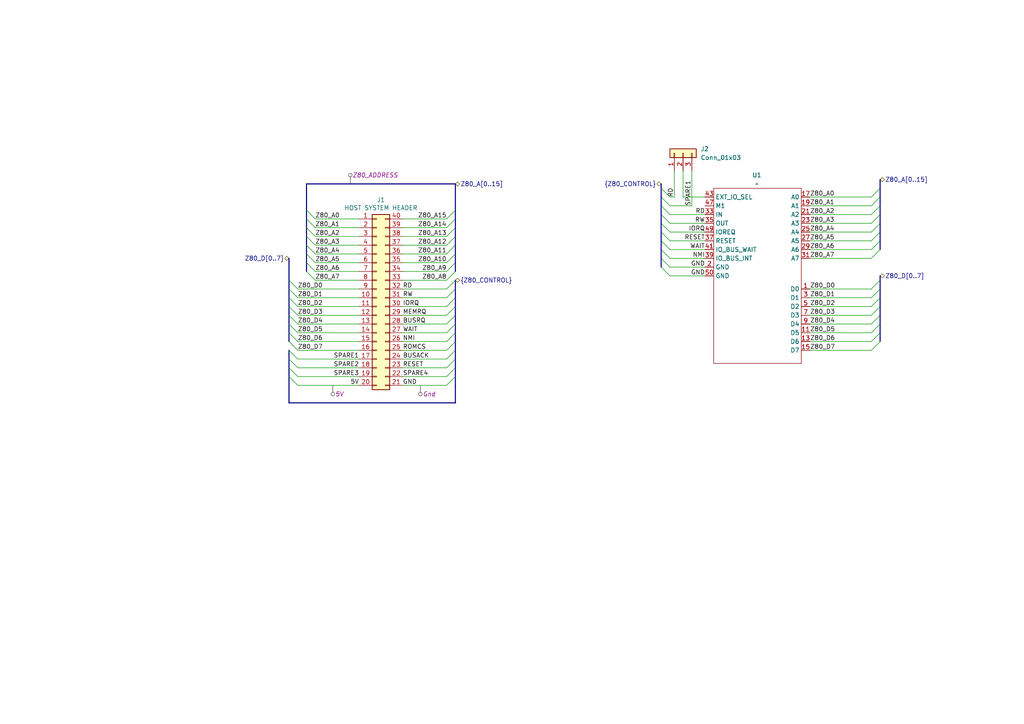
<source format=kicad_sch>
(kicad_sch
	(version 20231120)
	(generator "eeschema")
	(generator_version "8.0")
	(uuid "6ddc226a-d525-48a8-bda5-95f9643534cd")
	(paper "A4")
	(lib_symbols
		(symbol "8bits:TRS-80_HEADER"
			(exclude_from_sim no)
			(in_bom yes)
			(on_board yes)
			(property "Reference" "U?"
				(at -0.1901 29.21 0)
				(effects
					(font
						(size 1.27 1.27)
					)
				)
			)
			(property "Value" "~"
				(at -0.1901 26.67 0)
				(effects
					(font
						(size 1.27 1.27)
					)
				)
			)
			(property "Footprint" ""
				(at 0 0 0)
				(effects
					(font
						(size 1.27 1.27)
					)
					(hide yes)
				)
			)
			(property "Datasheet" ""
				(at 0 0 0)
				(effects
					(font
						(size 1.27 1.27)
					)
					(hide yes)
				)
			)
			(property "Description" ""
				(at 0 0 0)
				(effects
					(font
						(size 1.27 1.27)
					)
					(hide yes)
				)
			)
			(symbol "TRS-80_HEADER_0_1"
				(rectangle
					(start -12.7 25.4)
					(end 12.7 -25.4)
					(stroke
						(width 0)
						(type default)
					)
					(fill
						(type none)
					)
				)
			)
			(symbol "TRS-80_HEADER_1_1"
				(pin input line
					(at 15.24 -3.81 180)
					(length 2.54)
					(name "D0"
						(effects
							(font
								(size 1.27 1.27)
							)
						)
					)
					(number "1"
						(effects
							(font
								(size 1.27 1.27)
							)
						)
					)
				)
				(pin input line
					(at 15.24 -16.51 180)
					(length 2.54)
					(name "D5"
						(effects
							(font
								(size 1.27 1.27)
							)
						)
					)
					(number "11"
						(effects
							(font
								(size 1.27 1.27)
							)
						)
					)
				)
				(pin input line
					(at 15.24 -19.05 180)
					(length 2.54)
					(name "D6"
						(effects
							(font
								(size 1.27 1.27)
							)
						)
					)
					(number "13"
						(effects
							(font
								(size 1.27 1.27)
							)
						)
					)
				)
				(pin input line
					(at 15.24 -21.59 180)
					(length 2.54)
					(name "D7"
						(effects
							(font
								(size 1.27 1.27)
							)
						)
					)
					(number "15"
						(effects
							(font
								(size 1.27 1.27)
							)
						)
					)
				)
				(pin input line
					(at 15.24 22.86 180)
					(length 2.54)
					(name "A0"
						(effects
							(font
								(size 1.27 1.27)
							)
						)
					)
					(number "17"
						(effects
							(font
								(size 1.27 1.27)
							)
						)
					)
				)
				(pin input line
					(at 15.24 20.32 180)
					(length 2.54)
					(name "A1"
						(effects
							(font
								(size 1.27 1.27)
							)
						)
					)
					(number "19"
						(effects
							(font
								(size 1.27 1.27)
							)
						)
					)
				)
				(pin input line
					(at -15.24 2.54 0)
					(length 2.54)
					(name "GND"
						(effects
							(font
								(size 1.27 1.27)
							)
						)
					)
					(number "2"
						(effects
							(font
								(size 1.27 1.27)
							)
						)
					)
				)
				(pin input line
					(at 15.24 17.78 180)
					(length 2.54)
					(name "A2"
						(effects
							(font
								(size 1.27 1.27)
							)
						)
					)
					(number "21"
						(effects
							(font
								(size 1.27 1.27)
							)
						)
					)
				)
				(pin input line
					(at 15.24 15.24 180)
					(length 2.54)
					(name "A3"
						(effects
							(font
								(size 1.27 1.27)
							)
						)
					)
					(number "23"
						(effects
							(font
								(size 1.27 1.27)
							)
						)
					)
				)
				(pin input line
					(at 15.24 12.7 180)
					(length 2.54)
					(name "A4"
						(effects
							(font
								(size 1.27 1.27)
							)
						)
					)
					(number "25"
						(effects
							(font
								(size 1.27 1.27)
							)
						)
					)
				)
				(pin input line
					(at 15.24 10.16 180)
					(length 2.54)
					(name "A5"
						(effects
							(font
								(size 1.27 1.27)
							)
						)
					)
					(number "27"
						(effects
							(font
								(size 1.27 1.27)
							)
						)
					)
				)
				(pin input line
					(at 15.24 7.62 180)
					(length 2.54)
					(name "A6"
						(effects
							(font
								(size 1.27 1.27)
							)
						)
					)
					(number "29"
						(effects
							(font
								(size 1.27 1.27)
							)
						)
					)
				)
				(pin input line
					(at 15.24 -6.35 180)
					(length 2.54)
					(name "D1"
						(effects
							(font
								(size 1.27 1.27)
							)
						)
					)
					(number "3"
						(effects
							(font
								(size 1.27 1.27)
							)
						)
					)
				)
				(pin input line
					(at 15.24 5.08 180)
					(length 2.54)
					(name "A7"
						(effects
							(font
								(size 1.27 1.27)
							)
						)
					)
					(number "31"
						(effects
							(font
								(size 1.27 1.27)
							)
						)
					)
				)
				(pin input line
					(at -15.24 17.78 0)
					(length 2.54)
					(name "IN"
						(effects
							(font
								(size 1.27 1.27)
							)
						)
					)
					(number "33"
						(effects
							(font
								(size 1.27 1.27)
							)
						)
					)
				)
				(pin input line
					(at -15.24 15.24 0)
					(length 2.54)
					(name "OUT"
						(effects
							(font
								(size 1.27 1.27)
							)
						)
					)
					(number "35"
						(effects
							(font
								(size 1.27 1.27)
							)
						)
					)
				)
				(pin input line
					(at -15.24 10.16 0)
					(length 2.54)
					(name "RESET"
						(effects
							(font
								(size 1.27 1.27)
							)
						)
					)
					(number "37"
						(effects
							(font
								(size 1.27 1.27)
							)
						)
					)
				)
				(pin input line
					(at -15.24 5.08 0)
					(length 2.54)
					(name "IO_BUS_INT"
						(effects
							(font
								(size 1.27 1.27)
							)
						)
					)
					(number "39"
						(effects
							(font
								(size 1.27 1.27)
							)
						)
					)
				)
				(pin input line
					(at -15.24 7.62 0)
					(length 2.54)
					(name "IO_BUS_WAIT"
						(effects
							(font
								(size 1.27 1.27)
							)
						)
					)
					(number "41"
						(effects
							(font
								(size 1.27 1.27)
							)
						)
					)
				)
				(pin input line
					(at -15.24 22.86 0)
					(length 2.54)
					(name "EXT_IO_SEL"
						(effects
							(font
								(size 1.27 1.27)
							)
						)
					)
					(number "43"
						(effects
							(font
								(size 1.27 1.27)
							)
						)
					)
				)
				(pin input line
					(at -15.24 20.32 0)
					(length 2.54)
					(name "M1"
						(effects
							(font
								(size 1.27 1.27)
							)
						)
					)
					(number "47"
						(effects
							(font
								(size 1.27 1.27)
							)
						)
					)
				)
				(pin input line
					(at -15.24 12.7 0)
					(length 2.54)
					(name "IOREQ"
						(effects
							(font
								(size 1.27 1.27)
							)
						)
					)
					(number "49"
						(effects
							(font
								(size 1.27 1.27)
							)
						)
					)
				)
				(pin input line
					(at 15.24 -8.89 180)
					(length 2.54)
					(name "D2"
						(effects
							(font
								(size 1.27 1.27)
							)
						)
					)
					(number "5"
						(effects
							(font
								(size 1.27 1.27)
							)
						)
					)
				)
				(pin input line
					(at -15.24 0 0)
					(length 2.54)
					(name "GND"
						(effects
							(font
								(size 1.27 1.27)
							)
						)
					)
					(number "50"
						(effects
							(font
								(size 1.27 1.27)
							)
						)
					)
				)
				(pin input line
					(at 15.24 -11.43 180)
					(length 2.54)
					(name "D3"
						(effects
							(font
								(size 1.27 1.27)
							)
						)
					)
					(number "7"
						(effects
							(font
								(size 1.27 1.27)
							)
						)
					)
				)
				(pin input line
					(at 15.24 -13.97 180)
					(length 2.54)
					(name "D4"
						(effects
							(font
								(size 1.27 1.27)
							)
						)
					)
					(number "9"
						(effects
							(font
								(size 1.27 1.27)
							)
						)
					)
				)
			)
		)
		(symbol "Connector_Generic:Conn_01x03"
			(pin_names
				(offset 1.016) hide)
			(exclude_from_sim no)
			(in_bom yes)
			(on_board yes)
			(property "Reference" "J"
				(at 0 5.08 0)
				(effects
					(font
						(size 1.27 1.27)
					)
				)
			)
			(property "Value" "Conn_01x03"
				(at 0 -5.08 0)
				(effects
					(font
						(size 1.27 1.27)
					)
				)
			)
			(property "Footprint" ""
				(at 0 0 0)
				(effects
					(font
						(size 1.27 1.27)
					)
					(hide yes)
				)
			)
			(property "Datasheet" "~"
				(at 0 0 0)
				(effects
					(font
						(size 1.27 1.27)
					)
					(hide yes)
				)
			)
			(property "Description" "Generic connector, single row, 01x03, script generated (kicad-library-utils/schlib/autogen/connector/)"
				(at 0 0 0)
				(effects
					(font
						(size 1.27 1.27)
					)
					(hide yes)
				)
			)
			(property "ki_keywords" "connector"
				(at 0 0 0)
				(effects
					(font
						(size 1.27 1.27)
					)
					(hide yes)
				)
			)
			(property "ki_fp_filters" "Connector*:*_1x??_*"
				(at 0 0 0)
				(effects
					(font
						(size 1.27 1.27)
					)
					(hide yes)
				)
			)
			(symbol "Conn_01x03_1_1"
				(rectangle
					(start -1.27 -2.413)
					(end 0 -2.667)
					(stroke
						(width 0.1524)
						(type default)
					)
					(fill
						(type none)
					)
				)
				(rectangle
					(start -1.27 0.127)
					(end 0 -0.127)
					(stroke
						(width 0.1524)
						(type default)
					)
					(fill
						(type none)
					)
				)
				(rectangle
					(start -1.27 2.667)
					(end 0 2.413)
					(stroke
						(width 0.1524)
						(type default)
					)
					(fill
						(type none)
					)
				)
				(rectangle
					(start -1.27 3.81)
					(end 1.27 -3.81)
					(stroke
						(width 0.254)
						(type default)
					)
					(fill
						(type background)
					)
				)
				(pin passive line
					(at -5.08 2.54 0)
					(length 3.81)
					(name "Pin_1"
						(effects
							(font
								(size 1.27 1.27)
							)
						)
					)
					(number "1"
						(effects
							(font
								(size 1.27 1.27)
							)
						)
					)
				)
				(pin passive line
					(at -5.08 0 0)
					(length 3.81)
					(name "Pin_2"
						(effects
							(font
								(size 1.27 1.27)
							)
						)
					)
					(number "2"
						(effects
							(font
								(size 1.27 1.27)
							)
						)
					)
				)
				(pin passive line
					(at -5.08 -2.54 0)
					(length 3.81)
					(name "Pin_3"
						(effects
							(font
								(size 1.27 1.27)
							)
						)
					)
					(number "3"
						(effects
							(font
								(size 1.27 1.27)
							)
						)
					)
				)
			)
		)
		(symbol "Connector_Generic:Conn_02x20_Counter_Clockwise"
			(pin_names
				(offset 1.016) hide)
			(exclude_from_sim no)
			(in_bom yes)
			(on_board yes)
			(property "Reference" "J"
				(at 1.27 25.4 0)
				(effects
					(font
						(size 1.27 1.27)
					)
				)
			)
			(property "Value" "Conn_02x20_Counter_Clockwise"
				(at 1.27 -27.94 0)
				(effects
					(font
						(size 1.27 1.27)
					)
				)
			)
			(property "Footprint" ""
				(at 0 0 0)
				(effects
					(font
						(size 1.27 1.27)
					)
					(hide yes)
				)
			)
			(property "Datasheet" "~"
				(at 0 0 0)
				(effects
					(font
						(size 1.27 1.27)
					)
					(hide yes)
				)
			)
			(property "Description" "Generic connector, double row, 02x20, counter clockwise pin numbering scheme (similar to DIP package numbering), script generated (kicad-library-utils/schlib/autogen/connector/)"
				(at 0 0 0)
				(effects
					(font
						(size 1.27 1.27)
					)
					(hide yes)
				)
			)
			(property "ki_keywords" "connector"
				(at 0 0 0)
				(effects
					(font
						(size 1.27 1.27)
					)
					(hide yes)
				)
			)
			(property "ki_fp_filters" "Connector*:*_2x??_*"
				(at 0 0 0)
				(effects
					(font
						(size 1.27 1.27)
					)
					(hide yes)
				)
			)
			(symbol "Conn_02x20_Counter_Clockwise_1_1"
				(rectangle
					(start -1.27 -25.273)
					(end 0 -25.527)
					(stroke
						(width 0.1524)
						(type default)
					)
					(fill
						(type none)
					)
				)
				(rectangle
					(start -1.27 -22.733)
					(end 0 -22.987)
					(stroke
						(width 0.1524)
						(type default)
					)
					(fill
						(type none)
					)
				)
				(rectangle
					(start -1.27 -20.193)
					(end 0 -20.447)
					(stroke
						(width 0.1524)
						(type default)
					)
					(fill
						(type none)
					)
				)
				(rectangle
					(start -1.27 -17.653)
					(end 0 -17.907)
					(stroke
						(width 0.1524)
						(type default)
					)
					(fill
						(type none)
					)
				)
				(rectangle
					(start -1.27 -15.113)
					(end 0 -15.367)
					(stroke
						(width 0.1524)
						(type default)
					)
					(fill
						(type none)
					)
				)
				(rectangle
					(start -1.27 -12.573)
					(end 0 -12.827)
					(stroke
						(width 0.1524)
						(type default)
					)
					(fill
						(type none)
					)
				)
				(rectangle
					(start -1.27 -10.033)
					(end 0 -10.287)
					(stroke
						(width 0.1524)
						(type default)
					)
					(fill
						(type none)
					)
				)
				(rectangle
					(start -1.27 -7.493)
					(end 0 -7.747)
					(stroke
						(width 0.1524)
						(type default)
					)
					(fill
						(type none)
					)
				)
				(rectangle
					(start -1.27 -4.953)
					(end 0 -5.207)
					(stroke
						(width 0.1524)
						(type default)
					)
					(fill
						(type none)
					)
				)
				(rectangle
					(start -1.27 -2.413)
					(end 0 -2.667)
					(stroke
						(width 0.1524)
						(type default)
					)
					(fill
						(type none)
					)
				)
				(rectangle
					(start -1.27 0.127)
					(end 0 -0.127)
					(stroke
						(width 0.1524)
						(type default)
					)
					(fill
						(type none)
					)
				)
				(rectangle
					(start -1.27 2.667)
					(end 0 2.413)
					(stroke
						(width 0.1524)
						(type default)
					)
					(fill
						(type none)
					)
				)
				(rectangle
					(start -1.27 5.207)
					(end 0 4.953)
					(stroke
						(width 0.1524)
						(type default)
					)
					(fill
						(type none)
					)
				)
				(rectangle
					(start -1.27 7.747)
					(end 0 7.493)
					(stroke
						(width 0.1524)
						(type default)
					)
					(fill
						(type none)
					)
				)
				(rectangle
					(start -1.27 10.287)
					(end 0 10.033)
					(stroke
						(width 0.1524)
						(type default)
					)
					(fill
						(type none)
					)
				)
				(rectangle
					(start -1.27 12.827)
					(end 0 12.573)
					(stroke
						(width 0.1524)
						(type default)
					)
					(fill
						(type none)
					)
				)
				(rectangle
					(start -1.27 15.367)
					(end 0 15.113)
					(stroke
						(width 0.1524)
						(type default)
					)
					(fill
						(type none)
					)
				)
				(rectangle
					(start -1.27 17.907)
					(end 0 17.653)
					(stroke
						(width 0.1524)
						(type default)
					)
					(fill
						(type none)
					)
				)
				(rectangle
					(start -1.27 20.447)
					(end 0 20.193)
					(stroke
						(width 0.1524)
						(type default)
					)
					(fill
						(type none)
					)
				)
				(rectangle
					(start -1.27 22.987)
					(end 0 22.733)
					(stroke
						(width 0.1524)
						(type default)
					)
					(fill
						(type none)
					)
				)
				(rectangle
					(start -1.27 24.13)
					(end 3.81 -26.67)
					(stroke
						(width 0.254)
						(type default)
					)
					(fill
						(type background)
					)
				)
				(rectangle
					(start 3.81 -25.273)
					(end 2.54 -25.527)
					(stroke
						(width 0.1524)
						(type default)
					)
					(fill
						(type none)
					)
				)
				(rectangle
					(start 3.81 -22.733)
					(end 2.54 -22.987)
					(stroke
						(width 0.1524)
						(type default)
					)
					(fill
						(type none)
					)
				)
				(rectangle
					(start 3.81 -20.193)
					(end 2.54 -20.447)
					(stroke
						(width 0.1524)
						(type default)
					)
					(fill
						(type none)
					)
				)
				(rectangle
					(start 3.81 -17.653)
					(end 2.54 -17.907)
					(stroke
						(width 0.1524)
						(type default)
					)
					(fill
						(type none)
					)
				)
				(rectangle
					(start 3.81 -15.113)
					(end 2.54 -15.367)
					(stroke
						(width 0.1524)
						(type default)
					)
					(fill
						(type none)
					)
				)
				(rectangle
					(start 3.81 -12.573)
					(end 2.54 -12.827)
					(stroke
						(width 0.1524)
						(type default)
					)
					(fill
						(type none)
					)
				)
				(rectangle
					(start 3.81 -10.033)
					(end 2.54 -10.287)
					(stroke
						(width 0.1524)
						(type default)
					)
					(fill
						(type none)
					)
				)
				(rectangle
					(start 3.81 -7.493)
					(end 2.54 -7.747)
					(stroke
						(width 0.1524)
						(type default)
					)
					(fill
						(type none)
					)
				)
				(rectangle
					(start 3.81 -4.953)
					(end 2.54 -5.207)
					(stroke
						(width 0.1524)
						(type default)
					)
					(fill
						(type none)
					)
				)
				(rectangle
					(start 3.81 -2.413)
					(end 2.54 -2.667)
					(stroke
						(width 0.1524)
						(type default)
					)
					(fill
						(type none)
					)
				)
				(rectangle
					(start 3.81 0.127)
					(end 2.54 -0.127)
					(stroke
						(width 0.1524)
						(type default)
					)
					(fill
						(type none)
					)
				)
				(rectangle
					(start 3.81 2.667)
					(end 2.54 2.413)
					(stroke
						(width 0.1524)
						(type default)
					)
					(fill
						(type none)
					)
				)
				(rectangle
					(start 3.81 5.207)
					(end 2.54 4.953)
					(stroke
						(width 0.1524)
						(type default)
					)
					(fill
						(type none)
					)
				)
				(rectangle
					(start 3.81 7.747)
					(end 2.54 7.493)
					(stroke
						(width 0.1524)
						(type default)
					)
					(fill
						(type none)
					)
				)
				(rectangle
					(start 3.81 10.287)
					(end 2.54 10.033)
					(stroke
						(width 0.1524)
						(type default)
					)
					(fill
						(type none)
					)
				)
				(rectangle
					(start 3.81 12.827)
					(end 2.54 12.573)
					(stroke
						(width 0.1524)
						(type default)
					)
					(fill
						(type none)
					)
				)
				(rectangle
					(start 3.81 15.367)
					(end 2.54 15.113)
					(stroke
						(width 0.1524)
						(type default)
					)
					(fill
						(type none)
					)
				)
				(rectangle
					(start 3.81 17.907)
					(end 2.54 17.653)
					(stroke
						(width 0.1524)
						(type default)
					)
					(fill
						(type none)
					)
				)
				(rectangle
					(start 3.81 20.447)
					(end 2.54 20.193)
					(stroke
						(width 0.1524)
						(type default)
					)
					(fill
						(type none)
					)
				)
				(rectangle
					(start 3.81 22.987)
					(end 2.54 22.733)
					(stroke
						(width 0.1524)
						(type default)
					)
					(fill
						(type none)
					)
				)
				(pin passive line
					(at -5.08 22.86 0)
					(length 3.81)
					(name "Pin_1"
						(effects
							(font
								(size 1.27 1.27)
							)
						)
					)
					(number "1"
						(effects
							(font
								(size 1.27 1.27)
							)
						)
					)
				)
				(pin passive line
					(at -5.08 0 0)
					(length 3.81)
					(name "Pin_10"
						(effects
							(font
								(size 1.27 1.27)
							)
						)
					)
					(number "10"
						(effects
							(font
								(size 1.27 1.27)
							)
						)
					)
				)
				(pin passive line
					(at -5.08 -2.54 0)
					(length 3.81)
					(name "Pin_11"
						(effects
							(font
								(size 1.27 1.27)
							)
						)
					)
					(number "11"
						(effects
							(font
								(size 1.27 1.27)
							)
						)
					)
				)
				(pin passive line
					(at -5.08 -5.08 0)
					(length 3.81)
					(name "Pin_12"
						(effects
							(font
								(size 1.27 1.27)
							)
						)
					)
					(number "12"
						(effects
							(font
								(size 1.27 1.27)
							)
						)
					)
				)
				(pin passive line
					(at -5.08 -7.62 0)
					(length 3.81)
					(name "Pin_13"
						(effects
							(font
								(size 1.27 1.27)
							)
						)
					)
					(number "13"
						(effects
							(font
								(size 1.27 1.27)
							)
						)
					)
				)
				(pin passive line
					(at -5.08 -10.16 0)
					(length 3.81)
					(name "Pin_14"
						(effects
							(font
								(size 1.27 1.27)
							)
						)
					)
					(number "14"
						(effects
							(font
								(size 1.27 1.27)
							)
						)
					)
				)
				(pin passive line
					(at -5.08 -12.7 0)
					(length 3.81)
					(name "Pin_15"
						(effects
							(font
								(size 1.27 1.27)
							)
						)
					)
					(number "15"
						(effects
							(font
								(size 1.27 1.27)
							)
						)
					)
				)
				(pin passive line
					(at -5.08 -15.24 0)
					(length 3.81)
					(name "Pin_16"
						(effects
							(font
								(size 1.27 1.27)
							)
						)
					)
					(number "16"
						(effects
							(font
								(size 1.27 1.27)
							)
						)
					)
				)
				(pin passive line
					(at -5.08 -17.78 0)
					(length 3.81)
					(name "Pin_17"
						(effects
							(font
								(size 1.27 1.27)
							)
						)
					)
					(number "17"
						(effects
							(font
								(size 1.27 1.27)
							)
						)
					)
				)
				(pin passive line
					(at -5.08 -20.32 0)
					(length 3.81)
					(name "Pin_18"
						(effects
							(font
								(size 1.27 1.27)
							)
						)
					)
					(number "18"
						(effects
							(font
								(size 1.27 1.27)
							)
						)
					)
				)
				(pin passive line
					(at -5.08 -22.86 0)
					(length 3.81)
					(name "Pin_19"
						(effects
							(font
								(size 1.27 1.27)
							)
						)
					)
					(number "19"
						(effects
							(font
								(size 1.27 1.27)
							)
						)
					)
				)
				(pin passive line
					(at -5.08 20.32 0)
					(length 3.81)
					(name "Pin_2"
						(effects
							(font
								(size 1.27 1.27)
							)
						)
					)
					(number "2"
						(effects
							(font
								(size 1.27 1.27)
							)
						)
					)
				)
				(pin passive line
					(at -5.08 -25.4 0)
					(length 3.81)
					(name "Pin_20"
						(effects
							(font
								(size 1.27 1.27)
							)
						)
					)
					(number "20"
						(effects
							(font
								(size 1.27 1.27)
							)
						)
					)
				)
				(pin passive line
					(at 7.62 -25.4 180)
					(length 3.81)
					(name "Pin_21"
						(effects
							(font
								(size 1.27 1.27)
							)
						)
					)
					(number "21"
						(effects
							(font
								(size 1.27 1.27)
							)
						)
					)
				)
				(pin passive line
					(at 7.62 -22.86 180)
					(length 3.81)
					(name "Pin_22"
						(effects
							(font
								(size 1.27 1.27)
							)
						)
					)
					(number "22"
						(effects
							(font
								(size 1.27 1.27)
							)
						)
					)
				)
				(pin passive line
					(at 7.62 -20.32 180)
					(length 3.81)
					(name "Pin_23"
						(effects
							(font
								(size 1.27 1.27)
							)
						)
					)
					(number "23"
						(effects
							(font
								(size 1.27 1.27)
							)
						)
					)
				)
				(pin passive line
					(at 7.62 -17.78 180)
					(length 3.81)
					(name "Pin_24"
						(effects
							(font
								(size 1.27 1.27)
							)
						)
					)
					(number "24"
						(effects
							(font
								(size 1.27 1.27)
							)
						)
					)
				)
				(pin passive line
					(at 7.62 -15.24 180)
					(length 3.81)
					(name "Pin_25"
						(effects
							(font
								(size 1.27 1.27)
							)
						)
					)
					(number "25"
						(effects
							(font
								(size 1.27 1.27)
							)
						)
					)
				)
				(pin passive line
					(at 7.62 -12.7 180)
					(length 3.81)
					(name "Pin_26"
						(effects
							(font
								(size 1.27 1.27)
							)
						)
					)
					(number "26"
						(effects
							(font
								(size 1.27 1.27)
							)
						)
					)
				)
				(pin passive line
					(at 7.62 -10.16 180)
					(length 3.81)
					(name "Pin_27"
						(effects
							(font
								(size 1.27 1.27)
							)
						)
					)
					(number "27"
						(effects
							(font
								(size 1.27 1.27)
							)
						)
					)
				)
				(pin passive line
					(at 7.62 -7.62 180)
					(length 3.81)
					(name "Pin_28"
						(effects
							(font
								(size 1.27 1.27)
							)
						)
					)
					(number "28"
						(effects
							(font
								(size 1.27 1.27)
							)
						)
					)
				)
				(pin passive line
					(at 7.62 -5.08 180)
					(length 3.81)
					(name "Pin_29"
						(effects
							(font
								(size 1.27 1.27)
							)
						)
					)
					(number "29"
						(effects
							(font
								(size 1.27 1.27)
							)
						)
					)
				)
				(pin passive line
					(at -5.08 17.78 0)
					(length 3.81)
					(name "Pin_3"
						(effects
							(font
								(size 1.27 1.27)
							)
						)
					)
					(number "3"
						(effects
							(font
								(size 1.27 1.27)
							)
						)
					)
				)
				(pin passive line
					(at 7.62 -2.54 180)
					(length 3.81)
					(name "Pin_30"
						(effects
							(font
								(size 1.27 1.27)
							)
						)
					)
					(number "30"
						(effects
							(font
								(size 1.27 1.27)
							)
						)
					)
				)
				(pin passive line
					(at 7.62 0 180)
					(length 3.81)
					(name "Pin_31"
						(effects
							(font
								(size 1.27 1.27)
							)
						)
					)
					(number "31"
						(effects
							(font
								(size 1.27 1.27)
							)
						)
					)
				)
				(pin passive line
					(at 7.62 2.54 180)
					(length 3.81)
					(name "Pin_32"
						(effects
							(font
								(size 1.27 1.27)
							)
						)
					)
					(number "32"
						(effects
							(font
								(size 1.27 1.27)
							)
						)
					)
				)
				(pin passive line
					(at 7.62 5.08 180)
					(length 3.81)
					(name "Pin_33"
						(effects
							(font
								(size 1.27 1.27)
							)
						)
					)
					(number "33"
						(effects
							(font
								(size 1.27 1.27)
							)
						)
					)
				)
				(pin passive line
					(at 7.62 7.62 180)
					(length 3.81)
					(name "Pin_34"
						(effects
							(font
								(size 1.27 1.27)
							)
						)
					)
					(number "34"
						(effects
							(font
								(size 1.27 1.27)
							)
						)
					)
				)
				(pin passive line
					(at 7.62 10.16 180)
					(length 3.81)
					(name "Pin_35"
						(effects
							(font
								(size 1.27 1.27)
							)
						)
					)
					(number "35"
						(effects
							(font
								(size 1.27 1.27)
							)
						)
					)
				)
				(pin passive line
					(at 7.62 12.7 180)
					(length 3.81)
					(name "Pin_36"
						(effects
							(font
								(size 1.27 1.27)
							)
						)
					)
					(number "36"
						(effects
							(font
								(size 1.27 1.27)
							)
						)
					)
				)
				(pin passive line
					(at 7.62 15.24 180)
					(length 3.81)
					(name "Pin_37"
						(effects
							(font
								(size 1.27 1.27)
							)
						)
					)
					(number "37"
						(effects
							(font
								(size 1.27 1.27)
							)
						)
					)
				)
				(pin passive line
					(at 7.62 17.78 180)
					(length 3.81)
					(name "Pin_38"
						(effects
							(font
								(size 1.27 1.27)
							)
						)
					)
					(number "38"
						(effects
							(font
								(size 1.27 1.27)
							)
						)
					)
				)
				(pin passive line
					(at 7.62 20.32 180)
					(length 3.81)
					(name "Pin_39"
						(effects
							(font
								(size 1.27 1.27)
							)
						)
					)
					(number "39"
						(effects
							(font
								(size 1.27 1.27)
							)
						)
					)
				)
				(pin passive line
					(at -5.08 15.24 0)
					(length 3.81)
					(name "Pin_4"
						(effects
							(font
								(size 1.27 1.27)
							)
						)
					)
					(number "4"
						(effects
							(font
								(size 1.27 1.27)
							)
						)
					)
				)
				(pin passive line
					(at 7.62 22.86 180)
					(length 3.81)
					(name "Pin_40"
						(effects
							(font
								(size 1.27 1.27)
							)
						)
					)
					(number "40"
						(effects
							(font
								(size 1.27 1.27)
							)
						)
					)
				)
				(pin passive line
					(at -5.08 12.7 0)
					(length 3.81)
					(name "Pin_5"
						(effects
							(font
								(size 1.27 1.27)
							)
						)
					)
					(number "5"
						(effects
							(font
								(size 1.27 1.27)
							)
						)
					)
				)
				(pin passive line
					(at -5.08 10.16 0)
					(length 3.81)
					(name "Pin_6"
						(effects
							(font
								(size 1.27 1.27)
							)
						)
					)
					(number "6"
						(effects
							(font
								(size 1.27 1.27)
							)
						)
					)
				)
				(pin passive line
					(at -5.08 7.62 0)
					(length 3.81)
					(name "Pin_7"
						(effects
							(font
								(size 1.27 1.27)
							)
						)
					)
					(number "7"
						(effects
							(font
								(size 1.27 1.27)
							)
						)
					)
				)
				(pin passive line
					(at -5.08 5.08 0)
					(length 3.81)
					(name "Pin_8"
						(effects
							(font
								(size 1.27 1.27)
							)
						)
					)
					(number "8"
						(effects
							(font
								(size 1.27 1.27)
							)
						)
					)
				)
				(pin passive line
					(at -5.08 2.54 0)
					(length 3.81)
					(name "Pin_9"
						(effects
							(font
								(size 1.27 1.27)
							)
						)
					)
					(number "9"
						(effects
							(font
								(size 1.27 1.27)
							)
						)
					)
				)
			)
		)
	)
	(bus_alias "Z80_CONTROL"
		(members "RD" "RW" "IORQ" "MEMRQ" "BUSRQ" "WAIT" "NMI" "ROMCS" "BUSACK"
			"RESET" "SPARE1" "SPARE2" "SPARE3" "SPARE4" "5V" "GND"
		)
	)
	(bus_entry
		(at 88.9 63.5)
		(size 2.54 2.54)
		(stroke
			(width 0)
			(type default)
		)
		(uuid "011f89aa-d351-4112-b6a1-07b9508cd5aa")
	)
	(bus_entry
		(at 83.82 104.14)
		(size 2.54 2.54)
		(stroke
			(width 0)
			(type default)
		)
		(uuid "02667f67-7ca0-40b1-abd7-334133864609")
	)
	(bus_entry
		(at 255.27 83.82)
		(size -2.54 2.54)
		(stroke
			(width 0)
			(type default)
		)
		(uuid "02998ef2-bed2-4c52-b34c-ca62f0598388")
	)
	(bus_entry
		(at 88.9 66.04)
		(size 2.54 2.54)
		(stroke
			(width 0)
			(type default)
		)
		(uuid "04b6cee8-4aac-4cba-bceb-734305c7833c")
	)
	(bus_entry
		(at 86.36 96.52)
		(size -2.54 -2.54)
		(stroke
			(width 0)
			(type default)
		)
		(uuid "05c9bb0d-5d12-4d33-bdca-77b0afc2dcbd")
	)
	(bus_entry
		(at 83.82 101.6)
		(size 2.54 2.54)
		(stroke
			(width 0)
			(type default)
		)
		(uuid "08588175-462e-45ea-9d40-4c597db9ca21")
	)
	(bus_entry
		(at 255.27 86.36)
		(size -2.54 2.54)
		(stroke
			(width 0)
			(type default)
		)
		(uuid "08a864bc-5ab8-4b47-9a16-189875f141c5")
	)
	(bus_entry
		(at 86.36 88.9)
		(size -2.54 -2.54)
		(stroke
			(width 0)
			(type default)
		)
		(uuid "1e80cebe-9073-42c9-b214-99f9b557b1d7")
	)
	(bus_entry
		(at 83.82 83.82)
		(size 2.54 2.54)
		(stroke
			(width 0)
			(type default)
		)
		(uuid "1f960b9b-e27c-4f46-9641-c2509e015423")
	)
	(bus_entry
		(at 83.82 88.9)
		(size 2.54 2.54)
		(stroke
			(width 0)
			(type default)
		)
		(uuid "240f2e45-9e91-4a01-8e44-f4575619358c")
	)
	(bus_entry
		(at 132.08 63.5)
		(size -2.54 2.54)
		(stroke
			(width 0)
			(type default)
		)
		(uuid "28eeb60f-d6fd-4d4d-b270-3dde1f04cd59")
	)
	(bus_entry
		(at 132.08 99.06)
		(size -2.54 2.54)
		(stroke
			(width 0)
			(type default)
		)
		(uuid "2f510258-15e0-4647-82b7-e78715ab9228")
	)
	(bus_entry
		(at 88.9 78.74)
		(size 2.54 2.54)
		(stroke
			(width 0)
			(type default)
		)
		(uuid "305b9e35-f977-4415-b9e7-723e0d93132b")
	)
	(bus_entry
		(at 132.08 96.52)
		(size -2.54 2.54)
		(stroke
			(width 0)
			(type default)
		)
		(uuid "370efbab-6808-48cc-a46e-7447e7ae5e9a")
	)
	(bus_entry
		(at 191.77 59.69)
		(size 2.54 2.54)
		(stroke
			(width 0)
			(type default)
		)
		(uuid "390f2fcc-aa56-4a2d-8853-0a48b5b6ba43")
	)
	(bus_entry
		(at 191.77 62.23)
		(size 2.54 2.54)
		(stroke
			(width 0)
			(type default)
		)
		(uuid "40eb3720-5654-46b9-a34c-84eff3b26450")
	)
	(bus_entry
		(at 191.77 72.39)
		(size 2.54 2.54)
		(stroke
			(width 0)
			(type default)
		)
		(uuid "41ee1c7f-8481-4e1e-b81f-c6d51af60a30")
	)
	(bus_entry
		(at 132.08 73.66)
		(size -2.54 2.54)
		(stroke
			(width 0)
			(type default)
		)
		(uuid "46924cd7-54a2-46fe-a861-09b020563a79")
	)
	(bus_entry
		(at 191.77 67.31)
		(size 2.54 2.54)
		(stroke
			(width 0)
			(type default)
		)
		(uuid "4b779b2c-956b-4cf9-981f-3a4e4406f55a")
	)
	(bus_entry
		(at 132.08 78.74)
		(size -2.54 2.54)
		(stroke
			(width 0)
			(type default)
		)
		(uuid "52b88e95-9e07-43c9-982f-240a79da9cab")
	)
	(bus_entry
		(at 255.27 67.31)
		(size -2.54 2.54)
		(stroke
			(width 0)
			(type default)
		)
		(uuid "53b3463f-9581-4eea-9beb-c4aab576dc96")
	)
	(bus_entry
		(at 83.82 106.68)
		(size 2.54 2.54)
		(stroke
			(width 0)
			(type default)
		)
		(uuid "5cbb7da7-2855-462b-9228-6d21f963d7a2")
	)
	(bus_entry
		(at 255.27 69.85)
		(size -2.54 2.54)
		(stroke
			(width 0)
			(type default)
		)
		(uuid "5dac240b-f596-4faf-b4c0-82e1559be0d1")
	)
	(bus_entry
		(at 132.08 81.28)
		(size -2.54 2.54)
		(stroke
			(width 0)
			(type default)
		)
		(uuid "5e4bd680-14d6-49b7-b72b-32ecc897b5c8")
	)
	(bus_entry
		(at 132.08 76.2)
		(size -2.54 2.54)
		(stroke
			(width 0)
			(type default)
		)
		(uuid "5f5d5ed4-e68b-4a96-9c9f-8a1e0ae1bcc7")
	)
	(bus_entry
		(at 88.9 73.66)
		(size 2.54 2.54)
		(stroke
			(width 0)
			(type default)
		)
		(uuid "66fd950b-1641-4802-84a8-c9eca70c9272")
	)
	(bus_entry
		(at 255.27 88.9)
		(size -2.54 2.54)
		(stroke
			(width 0)
			(type default)
		)
		(uuid "672697f6-7d32-4046-9664-876739742142")
	)
	(bus_entry
		(at 88.9 60.96)
		(size 2.54 2.54)
		(stroke
			(width 0)
			(type default)
		)
		(uuid "6b8e3766-bf4c-46c4-a824-04b55d250c98")
	)
	(bus_entry
		(at 132.08 101.6)
		(size -2.54 2.54)
		(stroke
			(width 0)
			(type default)
		)
		(uuid "6cd77aaa-8fa3-4598-ad43-7f86fe57a79c")
	)
	(bus_entry
		(at 191.77 74.93)
		(size 2.54 2.54)
		(stroke
			(width 0)
			(type default)
		)
		(uuid "6d2ee1d2-2c9a-45bd-a64a-2ce1b8c608a0")
	)
	(bus_entry
		(at 132.08 66.04)
		(size -2.54 2.54)
		(stroke
			(width 0)
			(type default)
		)
		(uuid "71f4d4ea-b4b7-4086-a286-574872555947")
	)
	(bus_entry
		(at 132.08 71.12)
		(size -2.54 2.54)
		(stroke
			(width 0)
			(type default)
		)
		(uuid "745805c8-4fa6-4d36-9324-2dc9cdaa5ab8")
	)
	(bus_entry
		(at 255.27 99.06)
		(size -2.54 2.54)
		(stroke
			(width 0)
			(type default)
		)
		(uuid "7890d568-cba9-4569-aaa7-aa72e933a83b")
	)
	(bus_entry
		(at 255.27 96.52)
		(size -2.54 2.54)
		(stroke
			(width 0)
			(type default)
		)
		(uuid "7a0995ab-fdda-403a-83f5-069bf8064473")
	)
	(bus_entry
		(at 255.27 62.23)
		(size -2.54 2.54)
		(stroke
			(width 0)
			(type default)
		)
		(uuid "8e05da04-c69f-4d08-93cc-ca6c9a3315c1")
	)
	(bus_entry
		(at 255.27 59.69)
		(size -2.54 2.54)
		(stroke
			(width 0)
			(type default)
		)
		(uuid "906c9233-dac8-4f3d-9e73-119b9cc0a7b8")
	)
	(bus_entry
		(at 255.27 54.61)
		(size -2.54 2.54)
		(stroke
			(width 0)
			(type default)
		)
		(uuid "93d36b80-c7eb-4ca8-b723-168f530a5687")
	)
	(bus_entry
		(at 132.08 60.96)
		(size -2.54 2.54)
		(stroke
			(width 0)
			(type default)
		)
		(uuid "97059445-66bd-49d1-8971-1696f1fef0a0")
	)
	(bus_entry
		(at 255.27 81.28)
		(size -2.54 2.54)
		(stroke
			(width 0)
			(type default)
		)
		(uuid "9dcabb1e-52ba-4058-95f4-d6ac667f9885")
	)
	(bus_entry
		(at 191.77 77.47)
		(size 2.54 2.54)
		(stroke
			(width 0)
			(type default)
		)
		(uuid "a4058228-4f66-48f8-af24-7957e6855bfe")
	)
	(bus_entry
		(at 132.08 106.68)
		(size -2.54 2.54)
		(stroke
			(width 0)
			(type default)
		)
		(uuid "aabb7c73-9021-42c3-95ed-cc59b61d43c1")
	)
	(bus_entry
		(at 191.77 57.15)
		(size 2.54 2.54)
		(stroke
			(width 0)
			(type default)
		)
		(uuid "ac0d727d-5da9-48f0-8208-4ab472d8bf52")
	)
	(bus_entry
		(at 132.08 86.36)
		(size -2.54 2.54)
		(stroke
			(width 0)
			(type default)
		)
		(uuid "aee61b8c-7500-44b0-8e98-99bffa124d44")
	)
	(bus_entry
		(at 255.27 93.98)
		(size -2.54 2.54)
		(stroke
			(width 0)
			(type default)
		)
		(uuid "b10e6287-2292-4e22-b985-5dd7cd1cae03")
	)
	(bus_entry
		(at 132.08 83.82)
		(size -2.54 2.54)
		(stroke
			(width 0)
			(type default)
		)
		(uuid "b5276d45-85a9-4b3d-bbca-840a751b1da2")
	)
	(bus_entry
		(at 191.77 54.61)
		(size 2.54 2.54)
		(stroke
			(width 0)
			(type default)
		)
		(uuid "bdef712a-67a8-4f02-bc9c-cae980946794")
	)
	(bus_entry
		(at 88.9 71.12)
		(size 2.54 2.54)
		(stroke
			(width 0)
			(type default)
		)
		(uuid "bf1110ff-e6e3-47db-94c1-2312efb3c096")
	)
	(bus_entry
		(at 132.08 68.58)
		(size -2.54 2.54)
		(stroke
			(width 0)
			(type default)
		)
		(uuid "c06cd17c-d443-46bc-b78f-0a8ad78c847f")
	)
	(bus_entry
		(at 83.82 99.06)
		(size 2.54 2.54)
		(stroke
			(width 0)
			(type default)
		)
		(uuid "c102561d-ec46-48b8-87a5-4414ce296ac3")
	)
	(bus_entry
		(at 255.27 57.15)
		(size -2.54 2.54)
		(stroke
			(width 0)
			(type default)
		)
		(uuid "c44eaf58-e6b0-4234-a46b-baadc2ca67b4")
	)
	(bus_entry
		(at 191.77 69.85)
		(size 2.54 2.54)
		(stroke
			(width 0)
			(type default)
		)
		(uuid "c6d1b678-e416-4652-9ec9-aa29eeb1b854")
	)
	(bus_entry
		(at 88.9 68.58)
		(size 2.54 2.54)
		(stroke
			(width 0)
			(type default)
		)
		(uuid "cd92e834-8b9c-4478-84cc-1f64cc989d26")
	)
	(bus_entry
		(at 132.08 93.98)
		(size -2.54 2.54)
		(stroke
			(width 0)
			(type default)
		)
		(uuid "d0bb63a7-d7bf-421b-84b6-5e16491fef49")
	)
	(bus_entry
		(at 255.27 72.39)
		(size -2.54 2.54)
		(stroke
			(width 0)
			(type default)
		)
		(uuid "da6d0baa-ffe6-4949-a7c3-4b2b570e65be")
	)
	(bus_entry
		(at 191.77 64.77)
		(size 2.54 2.54)
		(stroke
			(width 0)
			(type default)
		)
		(uuid "dd2387c5-a4c7-4e0b-bb05-8f91f545911f")
	)
	(bus_entry
		(at 132.08 88.9)
		(size -2.54 2.54)
		(stroke
			(width 0)
			(type default)
		)
		(uuid "dda429cb-15b6-4f78-a4d8-88b11188016d")
	)
	(bus_entry
		(at 132.08 104.14)
		(size -2.54 2.54)
		(stroke
			(width 0)
			(type default)
		)
		(uuid "ddca6338-18a6-4bcf-a39f-7442db587a97")
	)
	(bus_entry
		(at 86.36 93.98)
		(size -2.54 -2.54)
		(stroke
			(width 0)
			(type default)
		)
		(uuid "e1572eed-8215-4543-a3b1-51614e8511f8")
	)
	(bus_entry
		(at 86.36 83.82)
		(size -2.54 -2.54)
		(stroke
			(width 0)
			(type default)
		)
		(uuid "e285cc48-7688-49fc-86a6-d56edc848d3c")
	)
	(bus_entry
		(at 88.9 76.2)
		(size 2.54 2.54)
		(stroke
			(width 0)
			(type default)
		)
		(uuid "e342b220-4556-4e1f-b602-d2c2ad4611dc")
	)
	(bus_entry
		(at 132.08 109.22)
		(size -2.54 2.54)
		(stroke
			(width 0)
			(type default)
		)
		(uuid "e46a9993-0ab7-420c-b9a7-f13acaf93389")
	)
	(bus_entry
		(at 255.27 91.44)
		(size -2.54 2.54)
		(stroke
			(width 0)
			(type default)
		)
		(uuid "e60bce77-1b0a-42b8-ac6c-e0c09aafcba6")
	)
	(bus_entry
		(at 83.82 109.22)
		(size 2.54 2.54)
		(stroke
			(width 0)
			(type default)
		)
		(uuid "e6ceae00-9881-4e6a-b842-fddff4457ea0")
	)
	(bus_entry
		(at 255.27 64.77)
		(size -2.54 2.54)
		(stroke
			(width 0)
			(type default)
		)
		(uuid "f49a85ce-28b5-4193-923c-77f1c61307f8")
	)
	(bus_entry
		(at 83.82 96.52)
		(size 2.54 2.54)
		(stroke
			(width 0)
			(type default)
		)
		(uuid "f912e604-c5e7-4668-b436-5c85707f2c07")
	)
	(bus_entry
		(at 132.08 91.44)
		(size -2.54 2.54)
		(stroke
			(width 0)
			(type default)
		)
		(uuid "fe3935f1-1737-49a6-a78e-2dc87cf6f01b")
	)
	(bus
		(pts
			(xy 255.27 67.31) (xy 255.27 69.85)
		)
		(stroke
			(width 0)
			(type default)
		)
		(uuid "0b9bf36b-3bb4-4ef3-9b64-5a20d2d79926")
	)
	(bus
		(pts
			(xy 132.08 73.66) (xy 132.08 76.2)
		)
		(stroke
			(width 0)
			(type default)
		)
		(uuid "0cfbfcb9-f9e4-4619-acbc-ad76df937a7c")
	)
	(bus
		(pts
			(xy 255.27 83.82) (xy 255.27 86.36)
		)
		(stroke
			(width 0)
			(type default)
		)
		(uuid "0d0efabd-128d-463f-9098-1b22bf7d262c")
	)
	(bus
		(pts
			(xy 191.77 53.34) (xy 191.77 54.61)
		)
		(stroke
			(width 0)
			(type default)
		)
		(uuid "0f1f02ac-ddd8-41db-bbce-a200b0a1c1e9")
	)
	(bus
		(pts
			(xy 255.27 81.28) (xy 255.27 83.82)
		)
		(stroke
			(width 0)
			(type default)
		)
		(uuid "10d9c760-2041-4ecf-89b4-6a8d43bac8a2")
	)
	(bus
		(pts
			(xy 132.08 76.2) (xy 132.08 78.74)
		)
		(stroke
			(width 0)
			(type default)
		)
		(uuid "11305d68-4bdc-4cf2-b211-9c32c750e51a")
	)
	(bus
		(pts
			(xy 255.27 59.69) (xy 255.27 62.23)
		)
		(stroke
			(width 0)
			(type default)
		)
		(uuid "12166775-fd57-446f-8588-50bd76049ce7")
	)
	(wire
		(pts
			(xy 194.31 72.39) (xy 204.47 72.39)
		)
		(stroke
			(width 0)
			(type default)
		)
		(uuid "19c91de7-e040-4998-9870-bf9162b4328e")
	)
	(bus
		(pts
			(xy 83.82 74.93) (xy 83.82 81.28)
		)
		(stroke
			(width 0)
			(type default)
		)
		(uuid "19cd5adb-c8c6-4132-9eb6-562d34f8036a")
	)
	(bus
		(pts
			(xy 83.82 83.82) (xy 83.82 86.36)
		)
		(stroke
			(width 0)
			(type default)
		)
		(uuid "1b03f51c-4b93-4e4e-afd3-6f1a0fef85bf")
	)
	(wire
		(pts
			(xy 194.31 57.15) (xy 195.58 57.15)
		)
		(stroke
			(width 0)
			(type default)
		)
		(uuid "1b5fb029-b598-4901-88c9-6cad597890b5")
	)
	(wire
		(pts
			(xy 116.84 78.74) (xy 129.54 78.74)
		)
		(stroke
			(width 0)
			(type default)
		)
		(uuid "1b727339-4f25-4734-9efb-ecd371a447be")
	)
	(wire
		(pts
			(xy 104.14 99.06) (xy 86.36 99.06)
		)
		(stroke
			(width 0)
			(type default)
		)
		(uuid "1c07c331-ecc8-4f38-a59f-46361952344c")
	)
	(bus
		(pts
			(xy 132.08 60.96) (xy 132.08 63.5)
		)
		(stroke
			(width 0)
			(type default)
		)
		(uuid "1c92e426-ad95-4cab-9430-140382f9cca4")
	)
	(wire
		(pts
			(xy 234.95 57.15) (xy 252.73 57.15)
		)
		(stroke
			(width 0)
			(type default)
		)
		(uuid "1e5ae02b-2009-4bc3-abf1-c7e20bb6dad9")
	)
	(wire
		(pts
			(xy 91.44 66.04) (xy 104.14 66.04)
		)
		(stroke
			(width 0)
			(type default)
		)
		(uuid "1e6454b4-8d56-4bce-9f47-8ead0beb57b9")
	)
	(wire
		(pts
			(xy 129.54 66.04) (xy 116.84 66.04)
		)
		(stroke
			(width 0)
			(type default)
		)
		(uuid "1ea47f4e-a349-4e05-8e21-d1004be96df2")
	)
	(bus
		(pts
			(xy 191.77 72.39) (xy 191.77 74.93)
		)
		(stroke
			(width 0)
			(type default)
		)
		(uuid "270c0e3d-b9eb-4223-830b-fb2d049c47d3")
	)
	(bus
		(pts
			(xy 83.82 101.6) (xy 83.82 104.14)
		)
		(stroke
			(width 0)
			(type default)
		)
		(uuid "2793e23e-556e-445a-9bd1-927da0ccbd27")
	)
	(wire
		(pts
			(xy 116.84 109.22) (xy 129.54 109.22)
		)
		(stroke
			(width 0)
			(type default)
		)
		(uuid "2b1a1151-de14-4eae-94b9-5401e9a66435")
	)
	(bus
		(pts
			(xy 255.27 88.9) (xy 255.27 91.44)
		)
		(stroke
			(width 0)
			(type default)
		)
		(uuid "2b3bbd59-2d77-4b6c-832b-c56bec6c3578")
	)
	(bus
		(pts
			(xy 255.27 93.98) (xy 255.27 96.52)
		)
		(stroke
			(width 0)
			(type default)
		)
		(uuid "2c8431f3-8815-43e7-81f3-df90903db9ff")
	)
	(wire
		(pts
			(xy 204.47 57.15) (xy 198.12 57.15)
		)
		(stroke
			(width 0)
			(type default)
		)
		(uuid "2d409589-496c-41c7-a36d-3f586f492d9e")
	)
	(bus
		(pts
			(xy 88.9 76.2) (xy 88.9 78.74)
		)
		(stroke
			(width 0)
			(type default)
		)
		(uuid "35255ae6-716a-4f72-b620-5698d5948dd3")
	)
	(bus
		(pts
			(xy 132.08 63.5) (xy 132.08 66.04)
		)
		(stroke
			(width 0)
			(type default)
		)
		(uuid "35b13726-3e1e-4aa9-a37c-2e8df622ba98")
	)
	(wire
		(pts
			(xy 91.44 63.5) (xy 104.14 63.5)
		)
		(stroke
			(width 0)
			(type default)
		)
		(uuid "392aeea2-b579-46ba-9d64-7ac4f42b2f56")
	)
	(bus
		(pts
			(xy 83.82 91.44) (xy 83.82 93.98)
		)
		(stroke
			(width 0)
			(type default)
		)
		(uuid "3a34fc9c-4aa1-410c-a7a2-a834dacee18b")
	)
	(wire
		(pts
			(xy 194.31 67.31) (xy 204.47 67.31)
		)
		(stroke
			(width 0)
			(type default)
		)
		(uuid "3c0003e1-854c-4899-b892-02a55bb909d8")
	)
	(wire
		(pts
			(xy 234.95 74.93) (xy 252.73 74.93)
		)
		(stroke
			(width 0)
			(type default)
		)
		(uuid "3cdf23cc-ab58-48c8-b297-0503880b3205")
	)
	(bus
		(pts
			(xy 255.27 96.52) (xy 255.27 99.06)
		)
		(stroke
			(width 0)
			(type default)
		)
		(uuid "3d835b01-2ce3-4245-9ff4-f780032d9ee0")
	)
	(bus
		(pts
			(xy 132.08 88.9) (xy 132.08 91.44)
		)
		(stroke
			(width 0)
			(type default)
		)
		(uuid "3e6ab21e-008a-4e11-91b9-0341b6151084")
	)
	(wire
		(pts
			(xy 86.36 111.76) (xy 104.14 111.76)
		)
		(stroke
			(width 0)
			(type default)
		)
		(uuid "3fc863c7-ff68-41e8-852b-b2338343c4be")
	)
	(wire
		(pts
			(xy 200.66 49.53) (xy 200.66 59.69)
		)
		(stroke
			(width 0)
			(type default)
		)
		(uuid "406b7448-5a0d-4018-b6ee-1b6b3a2f9b12")
	)
	(wire
		(pts
			(xy 129.54 81.28) (xy 116.84 81.28)
		)
		(stroke
			(width 0)
			(type default)
		)
		(uuid "40eb9b7e-213b-4a6d-a4d4-dd4a0fd2a523")
	)
	(wire
		(pts
			(xy 116.84 93.98) (xy 129.54 93.98)
		)
		(stroke
			(width 0)
			(type default)
		)
		(uuid "4223dcbf-6752-4bdf-b969-4805ab1e2ec8")
	)
	(bus
		(pts
			(xy 88.9 60.96) (xy 88.9 63.5)
		)
		(stroke
			(width 0)
			(type default)
		)
		(uuid "438e6e76-fdab-4114-a0de-5790ef6313f3")
	)
	(wire
		(pts
			(xy 104.14 93.98) (xy 86.36 93.98)
		)
		(stroke
			(width 0)
			(type default)
		)
		(uuid "48580b6a-7b87-4c94-9d0e-106edc84abb5")
	)
	(wire
		(pts
			(xy 194.31 74.93) (xy 204.47 74.93)
		)
		(stroke
			(width 0)
			(type default)
		)
		(uuid "48681d19-591e-46f6-b034-c4a8a74179ad")
	)
	(bus
		(pts
			(xy 255.27 91.44) (xy 255.27 93.98)
		)
		(stroke
			(width 0)
			(type default)
		)
		(uuid "49b4154a-0cef-49b7-afb3-e28e4ed53ed1")
	)
	(wire
		(pts
			(xy 116.84 96.52) (xy 129.54 96.52)
		)
		(stroke
			(width 0)
			(type default)
		)
		(uuid "4beb6af8-40e4-4729-ba93-939171d3b855")
	)
	(wire
		(pts
			(xy 234.95 88.9) (xy 252.73 88.9)
		)
		(stroke
			(width 0)
			(type default)
		)
		(uuid "4cb7fdbf-4200-46f8-b855-47589a0501fe")
	)
	(bus
		(pts
			(xy 83.82 109.22) (xy 83.82 116.84)
		)
		(stroke
			(width 0)
			(type default)
		)
		(uuid "52530cc9-9948-41c6-b2a5-b2f932f722f5")
	)
	(wire
		(pts
			(xy 104.14 91.44) (xy 86.36 91.44)
		)
		(stroke
			(width 0)
			(type default)
		)
		(uuid "53d8c0fb-eee9-4a58-9321-e702ed628acf")
	)
	(wire
		(pts
			(xy 234.95 93.98) (xy 252.73 93.98)
		)
		(stroke
			(width 0)
			(type default)
		)
		(uuid "53e71729-fd6e-4576-a63a-d0306026c476")
	)
	(wire
		(pts
			(xy 91.44 71.12) (xy 104.14 71.12)
		)
		(stroke
			(width 0)
			(type default)
		)
		(uuid "547d4471-b387-4504-acca-a1f029d01b1d")
	)
	(wire
		(pts
			(xy 116.84 83.82) (xy 129.54 83.82)
		)
		(stroke
			(width 0)
			(type default)
		)
		(uuid "553b7075-84bf-46ab-81fe-b62ce48a731b")
	)
	(wire
		(pts
			(xy 234.95 91.44) (xy 252.73 91.44)
		)
		(stroke
			(width 0)
			(type default)
		)
		(uuid "55ed55f5-9314-4b8c-b9fe-abe5d1160267")
	)
	(bus
		(pts
			(xy 132.08 71.12) (xy 132.08 73.66)
		)
		(stroke
			(width 0)
			(type default)
		)
		(uuid "570ffebc-85d7-4338-82c9-3dd536d32d9a")
	)
	(bus
		(pts
			(xy 83.82 86.36) (xy 83.82 88.9)
		)
		(stroke
			(width 0)
			(type default)
		)
		(uuid "5733b54a-33bd-4269-b4be-70fc82318cde")
	)
	(wire
		(pts
			(xy 91.44 76.2) (xy 104.14 76.2)
		)
		(stroke
			(width 0)
			(type default)
		)
		(uuid "59ab5d5f-f307-4b63-a171-710875af7df0")
	)
	(wire
		(pts
			(xy 104.14 83.82) (xy 86.36 83.82)
		)
		(stroke
			(width 0)
			(type default)
		)
		(uuid "5a92a0b8-7d98-48eb-8317-25c3e3f69973")
	)
	(bus
		(pts
			(xy 132.08 91.44) (xy 132.08 93.98)
		)
		(stroke
			(width 0)
			(type default)
		)
		(uuid "5abee375-03bc-4172-b4ea-2d0e2f4dd03f")
	)
	(wire
		(pts
			(xy 104.14 81.28) (xy 91.44 81.28)
		)
		(stroke
			(width 0)
			(type default)
		)
		(uuid "5af3af2a-389b-4288-8de9-dee3ab138ece")
	)
	(wire
		(pts
			(xy 116.84 63.5) (xy 129.54 63.5)
		)
		(stroke
			(width 0)
			(type default)
		)
		(uuid "5d3ab8f9-dd70-4d1b-8fb5-6f084cb4cce6")
	)
	(bus
		(pts
			(xy 191.77 74.93) (xy 191.77 77.47)
		)
		(stroke
			(width 0)
			(type default)
		)
		(uuid "60e92b45-4902-4e87-8eeb-86f7f3d9e26e")
	)
	(wire
		(pts
			(xy 104.14 73.66) (xy 91.44 73.66)
		)
		(stroke
			(width 0)
			(type default)
		)
		(uuid "61bd5766-2703-4adc-bb8f-9665074a7fbd")
	)
	(wire
		(pts
			(xy 116.84 88.9) (xy 129.54 88.9)
		)
		(stroke
			(width 0)
			(type default)
		)
		(uuid "649de66e-ca96-42ec-91fe-058ebd402b68")
	)
	(bus
		(pts
			(xy 83.82 81.28) (xy 83.82 83.82)
		)
		(stroke
			(width 0)
			(type default)
		)
		(uuid "667f9fdd-1004-4cda-b4b3-e9725d7238f3")
	)
	(wire
		(pts
			(xy 104.14 86.36) (xy 86.36 86.36)
		)
		(stroke
			(width 0)
			(type default)
		)
		(uuid "66a3e195-c0ed-471e-8d49-d32da0219dc2")
	)
	(wire
		(pts
			(xy 194.31 64.77) (xy 204.47 64.77)
		)
		(stroke
			(width 0)
			(type default)
		)
		(uuid "677ef565-2676-4931-8fbd-051ad415216b")
	)
	(wire
		(pts
			(xy 234.95 59.69) (xy 252.73 59.69)
		)
		(stroke
			(width 0)
			(type default)
		)
		(uuid "6a359e53-8013-4176-a488-bd6367647b4c")
	)
	(bus
		(pts
			(xy 88.9 68.58) (xy 88.9 71.12)
		)
		(stroke
			(width 0)
			(type default)
		)
		(uuid "6a67b5a7-ad80-46a6-8311-ff692fc91fa6")
	)
	(wire
		(pts
			(xy 194.31 69.85) (xy 204.47 69.85)
		)
		(stroke
			(width 0)
			(type default)
		)
		(uuid "6d281db9-4029-47e1-b8be-f6a9f7f6d570")
	)
	(bus
		(pts
			(xy 88.9 66.04) (xy 88.9 68.58)
		)
		(stroke
			(width 0)
			(type default)
		)
		(uuid "74bffb88-2010-443c-836f-647202c96b5f")
	)
	(bus
		(pts
			(xy 191.77 57.15) (xy 191.77 59.69)
		)
		(stroke
			(width 0)
			(type default)
		)
		(uuid "76529b65-befc-4d1f-95af-de70ae5dafef")
	)
	(bus
		(pts
			(xy 132.08 83.82) (xy 132.08 86.36)
		)
		(stroke
			(width 0)
			(type default)
		)
		(uuid "77278a51-4bc7-4e39-b8aa-5a4e05e4a211")
	)
	(wire
		(pts
			(xy 86.36 106.68) (xy 104.14 106.68)
		)
		(stroke
			(width 0)
			(type default)
		)
		(uuid "773fe0d8-dcd3-41d6-ba7c-853ccb865939")
	)
	(wire
		(pts
			(xy 86.36 109.22) (xy 104.14 109.22)
		)
		(stroke
			(width 0)
			(type default)
		)
		(uuid "77a1b54a-8ede-41ec-b32a-185d731af260")
	)
	(bus
		(pts
			(xy 83.82 88.9) (xy 83.82 91.44)
		)
		(stroke
			(width 0)
			(type default)
		)
		(uuid "78b64aba-7637-4982-80f3-bb9c2ae5c191")
	)
	(bus
		(pts
			(xy 132.08 53.34) (xy 132.08 60.96)
		)
		(stroke
			(width 0)
			(type default)
		)
		(uuid "78d1a869-dafd-43c9-9bc6-583b29122af0")
	)
	(wire
		(pts
			(xy 116.84 106.68) (xy 129.54 106.68)
		)
		(stroke
			(width 0)
			(type default)
		)
		(uuid "7906ba07-1d3f-4fb1-a14d-097b2baaaba8")
	)
	(wire
		(pts
			(xy 194.31 62.23) (xy 204.47 62.23)
		)
		(stroke
			(width 0)
			(type default)
		)
		(uuid "7bbccc8c-25c6-4b9e-8f2a-f52d5d0d744e")
	)
	(wire
		(pts
			(xy 116.84 73.66) (xy 129.54 73.66)
		)
		(stroke
			(width 0)
			(type default)
		)
		(uuid "7c77da5d-d0b0-44a4-ab1d-97c4164e845e")
	)
	(wire
		(pts
			(xy 194.31 59.69) (xy 200.66 59.69)
		)
		(stroke
			(width 0)
			(type default)
		)
		(uuid "7df48407-62f6-4246-8164-4a8373b29987")
	)
	(bus
		(pts
			(xy 191.77 67.31) (xy 191.77 69.85)
		)
		(stroke
			(width 0)
			(type default)
		)
		(uuid "7f733894-de94-4b4c-a3d5-eb8ddb364241")
	)
	(wire
		(pts
			(xy 195.58 49.53) (xy 195.58 57.15)
		)
		(stroke
			(width 0)
			(type default)
		)
		(uuid "7fa2aba1-5493-4a96-88da-63c60bf21ea8")
	)
	(wire
		(pts
			(xy 234.95 72.39) (xy 252.73 72.39)
		)
		(stroke
			(width 0)
			(type default)
		)
		(uuid "81b6a54e-f6f9-4250-8235-f0dddbff0425")
	)
	(wire
		(pts
			(xy 104.14 101.6) (xy 86.36 101.6)
		)
		(stroke
			(width 0)
			(type default)
		)
		(uuid "8548a761-05a8-4d58-9e68-cb83dba3a6e9")
	)
	(bus
		(pts
			(xy 255.27 64.77) (xy 255.27 67.31)
		)
		(stroke
			(width 0)
			(type default)
		)
		(uuid "85a7147e-d8f5-49a1-99d1-7b31cd956c13")
	)
	(wire
		(pts
			(xy 116.84 104.14) (xy 129.54 104.14)
		)
		(stroke
			(width 0)
			(type default)
		)
		(uuid "85b1567b-4ae8-4b2a-97cf-6c3357f6bbc7")
	)
	(wire
		(pts
			(xy 116.84 99.06) (xy 129.54 99.06)
		)
		(stroke
			(width 0)
			(type default)
		)
		(uuid "8621229a-072c-4abb-bdf2-c52245de2b58")
	)
	(wire
		(pts
			(xy 234.95 99.06) (xy 252.73 99.06)
		)
		(stroke
			(width 0)
			(type default)
		)
		(uuid "877f75fc-140d-4025-9645-1d6c0970bbac")
	)
	(wire
		(pts
			(xy 104.14 88.9) (xy 86.36 88.9)
		)
		(stroke
			(width 0)
			(type default)
		)
		(uuid "8bf5ccd0-48a5-4847-a240-2ba2750e7705")
	)
	(bus
		(pts
			(xy 132.08 109.22) (xy 132.08 116.84)
		)
		(stroke
			(width 0)
			(type default)
		)
		(uuid "8c237b13-9af3-4ccb-be84-70b001c2f943")
	)
	(wire
		(pts
			(xy 194.31 77.47) (xy 204.47 77.47)
		)
		(stroke
			(width 0)
			(type default)
		)
		(uuid "8f6b86fc-b4b3-4117-8a05-0f642683c548")
	)
	(wire
		(pts
			(xy 91.44 78.74) (xy 104.14 78.74)
		)
		(stroke
			(width 0)
			(type default)
		)
		(uuid "8fc79113-b622-4711-9fff-d110b3d83aa9")
	)
	(bus
		(pts
			(xy 191.77 62.23) (xy 191.77 64.77)
		)
		(stroke
			(width 0)
			(type default)
		)
		(uuid "9686a8e0-07ab-4015-a951-9f15e6c88449")
	)
	(wire
		(pts
			(xy 234.95 67.31) (xy 252.73 67.31)
		)
		(stroke
			(width 0)
			(type default)
		)
		(uuid "98029e94-5aa7-4917-b437-207e1c179975")
	)
	(wire
		(pts
			(xy 116.84 91.44) (xy 129.54 91.44)
		)
		(stroke
			(width 0)
			(type default)
		)
		(uuid "99649382-3f48-4064-87b9-3d86b682ffb3")
	)
	(wire
		(pts
			(xy 129.54 76.2) (xy 116.84 76.2)
		)
		(stroke
			(width 0)
			(type default)
		)
		(uuid "9d96d56a-8303-4be6-9a6d-90f27e463ce8")
	)
	(bus
		(pts
			(xy 83.82 93.98) (xy 83.82 96.52)
		)
		(stroke
			(width 0)
			(type default)
		)
		(uuid "a0559acd-3c6a-4d8e-afe2-dfb7cac93c4e")
	)
	(wire
		(pts
			(xy 234.95 101.6) (xy 252.73 101.6)
		)
		(stroke
			(width 0)
			(type default)
		)
		(uuid "a0ab3386-33e7-4152-afe8-8f34d46ecdd8")
	)
	(bus
		(pts
			(xy 88.9 73.66) (xy 88.9 76.2)
		)
		(stroke
			(width 0)
			(type default)
		)
		(uuid "a26291fb-bb9e-46a6-ab26-769b5f0bb81a")
	)
	(wire
		(pts
			(xy 116.84 111.76) (xy 129.54 111.76)
		)
		(stroke
			(width 0)
			(type default)
		)
		(uuid "a28745bd-3860-49d6-a61b-402ce82722ab")
	)
	(bus
		(pts
			(xy 132.08 93.98) (xy 132.08 96.52)
		)
		(stroke
			(width 0)
			(type default)
		)
		(uuid "a40a8f64-23df-4084-beca-8a3bcac4065f")
	)
	(bus
		(pts
			(xy 191.77 59.69) (xy 191.77 62.23)
		)
		(stroke
			(width 0)
			(type default)
		)
		(uuid "a4c4d3e9-b9ed-46be-93c3-33ea027ee2a5")
	)
	(bus
		(pts
			(xy 83.82 96.52) (xy 83.82 99.06)
		)
		(stroke
			(width 0)
			(type default)
		)
		(uuid "a5414b52-3d65-4d8d-b0d7-3e45442dfebc")
	)
	(bus
		(pts
			(xy 83.82 104.14) (xy 83.82 106.68)
		)
		(stroke
			(width 0)
			(type default)
		)
		(uuid "a74197bd-a3f6-497d-a7f9-97743a8d4d0c")
	)
	(bus
		(pts
			(xy 88.9 71.12) (xy 88.9 73.66)
		)
		(stroke
			(width 0)
			(type default)
		)
		(uuid "ad580723-d880-425f-8bcf-d60bbd5b1bbe")
	)
	(bus
		(pts
			(xy 255.27 80.01) (xy 255.27 81.28)
		)
		(stroke
			(width 0)
			(type default)
		)
		(uuid "ae4bdf9e-6275-4304-bb0f-dcaa02d5dc3d")
	)
	(bus
		(pts
			(xy 132.08 116.84) (xy 83.82 116.84)
		)
		(stroke
			(width 0)
			(type default)
		)
		(uuid "ae4f750a-a7a4-495b-ba65-c50eee68c652")
	)
	(bus
		(pts
			(xy 132.08 96.52) (xy 132.08 99.06)
		)
		(stroke
			(width 0)
			(type default)
		)
		(uuid "afb0c48e-e3e8-40db-af55-9dff8416b463")
	)
	(wire
		(pts
			(xy 116.84 101.6) (xy 129.54 101.6)
		)
		(stroke
			(width 0)
			(type default)
		)
		(uuid "b3589121-2eba-4d2b-a4cd-6f5e6abfe595")
	)
	(bus
		(pts
			(xy 132.08 66.04) (xy 132.08 68.58)
		)
		(stroke
			(width 0)
			(type default)
		)
		(uuid "b3f89808-19cb-4439-a702-16631b045591")
	)
	(bus
		(pts
			(xy 88.9 53.34) (xy 132.08 53.34)
		)
		(stroke
			(width 0)
			(type default)
		)
		(uuid "b4ee453e-f836-4052-8a3e-82eff408ec51")
	)
	(wire
		(pts
			(xy 86.36 104.14) (xy 104.14 104.14)
		)
		(stroke
			(width 0)
			(type default)
		)
		(uuid "b6c16a9a-054c-44c4-8a5e-5f0a60c9b0fa")
	)
	(bus
		(pts
			(xy 132.08 99.06) (xy 132.08 101.6)
		)
		(stroke
			(width 0)
			(type default)
		)
		(uuid "b8ace054-b237-404c-befd-bd80a0c521bc")
	)
	(wire
		(pts
			(xy 194.31 80.01) (xy 204.47 80.01)
		)
		(stroke
			(width 0)
			(type default)
		)
		(uuid "ba372705-73d2-41fc-9484-5cfa45cb1fe0")
	)
	(bus
		(pts
			(xy 132.08 86.36) (xy 132.08 88.9)
		)
		(stroke
			(width 0)
			(type default)
		)
		(uuid "bea21d56-91ed-4a98-a213-e0352413ef68")
	)
	(wire
		(pts
			(xy 91.44 68.58) (xy 104.14 68.58)
		)
		(stroke
			(width 0)
			(type default)
		)
		(uuid "bf049735-65e2-4f02-99a4-25f1d6dbf02f")
	)
	(bus
		(pts
			(xy 255.27 62.23) (xy 255.27 64.77)
		)
		(stroke
			(width 0)
			(type default)
		)
		(uuid "c24f199c-2f1c-4ff2-a72b-11649c85d125")
	)
	(bus
		(pts
			(xy 132.08 68.58) (xy 132.08 71.12)
		)
		(stroke
			(width 0)
			(type default)
		)
		(uuid "c72526f1-2a3b-4712-a81e-1c8b0ff6cb60")
	)
	(bus
		(pts
			(xy 132.08 104.14) (xy 132.08 106.68)
		)
		(stroke
			(width 0)
			(type default)
		)
		(uuid "c916cb3a-d7dd-486c-a187-cb9512c6c5d9")
	)
	(wire
		(pts
			(xy 234.95 83.82) (xy 252.73 83.82)
		)
		(stroke
			(width 0)
			(type default)
		)
		(uuid "cdfaa1a8-2e62-4c61-a5e8-d677469f5365")
	)
	(bus
		(pts
			(xy 191.77 54.61) (xy 191.77 57.15)
		)
		(stroke
			(width 0)
			(type default)
		)
		(uuid "ce5f9540-cb75-4376-a218-f2d73e449af5")
	)
	(wire
		(pts
			(xy 116.84 68.58) (xy 129.54 68.58)
		)
		(stroke
			(width 0)
			(type default)
		)
		(uuid "ce9a6425-9a7c-407c-82bc-bbe7447b65ca")
	)
	(bus
		(pts
			(xy 255.27 86.36) (xy 255.27 88.9)
		)
		(stroke
			(width 0)
			(type default)
		)
		(uuid "d3921ddd-dfa3-4511-b2e8-3c1628b71139")
	)
	(wire
		(pts
			(xy 198.12 57.15) (xy 198.12 49.53)
		)
		(stroke
			(width 0)
			(type default)
		)
		(uuid "d8145be7-ebbe-47b8-9158-8b668364365e")
	)
	(wire
		(pts
			(xy 234.95 64.77) (xy 252.73 64.77)
		)
		(stroke
			(width 0)
			(type default)
		)
		(uuid "dadd9ea7-c597-4f88-a0f4-e580a8870cd9")
	)
	(bus
		(pts
			(xy 132.08 81.28) (xy 132.08 83.82)
		)
		(stroke
			(width 0)
			(type default)
		)
		(uuid "db604f24-7b28-4dc4-82fa-765ddfca3f78")
	)
	(wire
		(pts
			(xy 129.54 71.12) (xy 116.84 71.12)
		)
		(stroke
			(width 0)
			(type default)
		)
		(uuid "db6d5159-ad6c-401d-859d-ca38d2fd73fa")
	)
	(bus
		(pts
			(xy 88.9 63.5) (xy 88.9 66.04)
		)
		(stroke
			(width 0)
			(type default)
		)
		(uuid "dd72e23e-9a1c-4ced-b6bd-e717a36a632f")
	)
	(wire
		(pts
			(xy 116.84 86.36) (xy 129.54 86.36)
		)
		(stroke
			(width 0)
			(type default)
		)
		(uuid "defb9f40-c066-4163-b72e-2ab3e3f8b4a4")
	)
	(bus
		(pts
			(xy 88.9 53.34) (xy 88.9 60.96)
		)
		(stroke
			(width 0)
			(type default)
		)
		(uuid "e30bcd5d-4b9f-48e7-b067-ec84a3322b77")
	)
	(wire
		(pts
			(xy 234.95 62.23) (xy 252.73 62.23)
		)
		(stroke
			(width 0)
			(type default)
		)
		(uuid "e43149cf-0840-4ff1-9835-207b943958a9")
	)
	(bus
		(pts
			(xy 191.77 64.77) (xy 191.77 67.31)
		)
		(stroke
			(width 0)
			(type default)
		)
		(uuid "e4cb2fd8-2e90-4645-afa8-1c7fd83709a9")
	)
	(bus
		(pts
			(xy 255.27 54.61) (xy 255.27 57.15)
		)
		(stroke
			(width 0)
			(type default)
		)
		(uuid "e558e939-182d-46c5-bdbb-f4106cc38ecf")
	)
	(bus
		(pts
			(xy 255.27 52.07) (xy 255.27 54.61)
		)
		(stroke
			(width 0)
			(type default)
		)
		(uuid "e7cd6d74-8208-4dd7-b561-6e445fb091bb")
	)
	(bus
		(pts
			(xy 255.27 69.85) (xy 255.27 72.39)
		)
		(stroke
			(width 0)
			(type default)
		)
		(uuid "e805a0c7-eba6-4b80-825a-0b8e62f4f6ef")
	)
	(bus
		(pts
			(xy 132.08 101.6) (xy 132.08 104.14)
		)
		(stroke
			(width 0)
			(type default)
		)
		(uuid "eec2c372-fef3-40fe-ba31-e53a46f5dc09")
	)
	(bus
		(pts
			(xy 255.27 57.15) (xy 255.27 59.69)
		)
		(stroke
			(width 0)
			(type default)
		)
		(uuid "ef63d1a8-adbf-4451-9d30-1c01d23bc51e")
	)
	(wire
		(pts
			(xy 234.95 96.52) (xy 252.73 96.52)
		)
		(stroke
			(width 0)
			(type default)
		)
		(uuid "f2302882-09c1-4fc4-8a1f-e37536cd6c4d")
	)
	(wire
		(pts
			(xy 234.95 86.36) (xy 252.73 86.36)
		)
		(stroke
			(width 0)
			(type default)
		)
		(uuid "f591b4bc-7d7f-4569-8be0-68c801ca1ece")
	)
	(bus
		(pts
			(xy 191.77 69.85) (xy 191.77 72.39)
		)
		(stroke
			(width 0)
			(type default)
		)
		(uuid "f679a34e-3dff-4a55-8616-11fbf3be593f")
	)
	(bus
		(pts
			(xy 132.08 106.68) (xy 132.08 109.22)
		)
		(stroke
			(width 0)
			(type default)
		)
		(uuid "f75cc07c-6f0e-443c-9196-a17ff10ab1bd")
	)
	(bus
		(pts
			(xy 83.82 106.68) (xy 83.82 109.22)
		)
		(stroke
			(width 0)
			(type default)
		)
		(uuid "f8bf0d86-d0af-4249-a31f-3438c78cf67d")
	)
	(wire
		(pts
			(xy 234.95 69.85) (xy 252.73 69.85)
		)
		(stroke
			(width 0)
			(type default)
		)
		(uuid "fd45a533-64a8-4472-9441-39cbd82227d3")
	)
	(wire
		(pts
			(xy 104.14 96.52) (xy 86.36 96.52)
		)
		(stroke
			(width 0)
			(type default)
		)
		(uuid "fe82f916-70e3-4f7b-849b-9425ab5dc7b0")
	)
	(label "Z80_D0"
		(at 86.36 83.82 0)
		(fields_autoplaced yes)
		(effects
			(font
				(size 1.27 1.27)
			)
			(justify left bottom)
		)
		(uuid "00dfed25-c456-4618-b502-69ade03dc9c7")
	)
	(label "Z80_D2"
		(at 86.36 88.9 0)
		(fields_autoplaced yes)
		(effects
			(font
				(size 1.27 1.27)
			)
			(justify left bottom)
		)
		(uuid "05d8b766-9637-48d5-a208-f303112cd538")
	)
	(label "RD"
		(at 116.84 83.82 0)
		(fields_autoplaced yes)
		(effects
			(font
				(size 1.27 1.27)
			)
			(justify left bottom)
		)
		(uuid "0f484074-f203-436d-9576-740113f8846e")
	)
	(label "NMI"
		(at 116.84 99.06 0)
		(fields_autoplaced yes)
		(effects
			(font
				(size 1.27 1.27)
			)
			(justify left bottom)
		)
		(uuid "179d7994-efe9-4b2d-9d5b-479bd8c08aef")
	)
	(label "Z80_A7"
		(at 91.44 81.28 0)
		(fields_autoplaced yes)
		(effects
			(font
				(size 1.27 1.27)
			)
			(justify left bottom)
		)
		(uuid "19360928-fafd-4b2f-b50d-fa1c73a4ae64")
	)
	(label "MEMRQ"
		(at 116.84 91.44 0)
		(fields_autoplaced yes)
		(effects
			(font
				(size 1.27 1.27)
			)
			(justify left bottom)
		)
		(uuid "1ae62e5d-b0ae-46f0-8951-f1fee36e3e68")
	)
	(label "Z80_D3"
		(at 86.36 91.44 0)
		(fields_autoplaced yes)
		(effects
			(font
				(size 1.27 1.27)
			)
			(justify left bottom)
		)
		(uuid "1d27e086-a8a3-47ab-b2af-8fa7dffc0a4c")
	)
	(label "Z80_A1"
		(at 91.44 66.04 0)
		(fields_autoplaced yes)
		(effects
			(font
				(size 1.27 1.27)
			)
			(justify left bottom)
		)
		(uuid "2011bfdc-cc80-4953-ad4c-d9c424fdd9ac")
	)
	(label "RW"
		(at 116.84 86.36 0)
		(fields_autoplaced yes)
		(effects
			(font
				(size 1.27 1.27)
			)
			(justify left bottom)
		)
		(uuid "22809a68-1110-4d51-885f-63998177c617")
	)
	(label "Z80_D1"
		(at 234.95 86.36 0)
		(effects
			(font
				(size 1.27 1.27)
			)
			(justify left bottom)
		)
		(uuid "27984407-6c61-4373-a46a-8c0bbc8f131b")
	)
	(label "Z80_A6"
		(at 91.44 78.74 0)
		(fields_autoplaced yes)
		(effects
			(font
				(size 1.27 1.27)
			)
			(justify left bottom)
		)
		(uuid "2a520ece-fc79-4e48-a413-3b154f7836f5")
	)
	(label "IORQ"
		(at 116.84 88.9 0)
		(fields_autoplaced yes)
		(effects
			(font
				(size 1.27 1.27)
			)
			(justify left bottom)
		)
		(uuid "2f30fc22-4412-4277-97c2-e091517f3d3e")
	)
	(label "Z80_A6"
		(at 234.95 72.39 0)
		(effects
			(font
				(size 1.27 1.27)
			)
			(justify left bottom)
		)
		(uuid "3c9f6551-ad16-49c9-bb88-26ba2bfa3321")
	)
	(label "Z80_D7"
		(at 86.36 101.6 0)
		(fields_autoplaced yes)
		(effects
			(font
				(size 1.27 1.27)
			)
			(justify left bottom)
		)
		(uuid "4302fbf1-62fd-48ce-9f4c-ac1ecc224222")
	)
	(label "Z80_D0"
		(at 234.95 83.82 0)
		(effects
			(font
				(size 1.27 1.27)
			)
			(justify left bottom)
		)
		(uuid "4e54854b-4add-4b82-8b3b-ba890024e658")
	)
	(label "WAIT"
		(at 204.47 72.39 180)
		(effects
			(font
				(size 1.27 1.27)
			)
			(justify right bottom)
		)
		(uuid "4f2cd6b6-9252-47c7-8935-535861a303b8")
	)
	(label "Z80_D7"
		(at 234.95 101.6 0)
		(effects
			(font
				(size 1.27 1.27)
			)
			(justify left bottom)
		)
		(uuid "5a27de8c-35e5-4bb2-9d8f-f992ea635ecb")
	)
	(label "Z80_A0"
		(at 234.95 57.15 0)
		(effects
			(font
				(size 1.27 1.27)
			)
			(justify left bottom)
		)
		(uuid "5bb60bc0-a209-40e5-a931-3eb045481fcf")
	)
	(label "Z80_A3"
		(at 91.44 71.12 0)
		(fields_autoplaced yes)
		(effects
			(font
				(size 1.27 1.27)
			)
			(justify left bottom)
		)
		(uuid "5cded59b-f8fa-4222-aa5d-94ed70000f09")
	)
	(label "Z80_D4"
		(at 86.36 93.98 0)
		(fields_autoplaced yes)
		(effects
			(font
				(size 1.27 1.27)
			)
			(justify left bottom)
		)
		(uuid "5ee1aa11-fcc3-40bd-82d6-fdce99a21734")
	)
	(label "BUSACK"
		(at 116.84 104.14 0)
		(fields_autoplaced yes)
		(effects
			(font
				(size 1.27 1.27)
			)
			(justify left bottom)
		)
		(uuid "6e69d59f-8a53-4e28-b0a3-f8d73c7d43ef")
	)
	(label "GND"
		(at 204.47 80.01 180)
		(effects
			(font
				(size 1.27 1.27)
			)
			(justify right bottom)
		)
		(uuid "6f89da0b-248d-4f5b-850c-264122594222")
	)
	(label "SPARE2"
		(at 104.14 106.68 180)
		(fields_autoplaced yes)
		(effects
			(font
				(size 1.27 1.27)
			)
			(justify right bottom)
		)
		(uuid "71558a5c-d2bd-47a2-9492-38259fc9f48a")
	)
	(label "Z80_A1"
		(at 234.95 59.69 0)
		(effects
			(font
				(size 1.27 1.27)
			)
			(justify left bottom)
		)
		(uuid "731b6990-3d23-481b-af14-de4d1ff9e4f2")
	)
	(label "RESET"
		(at 116.84 106.68 0)
		(fields_autoplaced yes)
		(effects
			(font
				(size 1.27 1.27)
			)
			(justify left bottom)
		)
		(uuid "793d16d8-137d-457b-b07d-c8d3c9ab746f")
	)
	(label "Z80_D6"
		(at 86.36 99.06 0)
		(fields_autoplaced yes)
		(effects
			(font
				(size 1.27 1.27)
			)
			(justify left bottom)
		)
		(uuid "7dbc10d1-c45d-46d7-837e-f0f01f2eab4b")
	)
	(label "Z80_A8"
		(at 129.54 81.28 180)
		(fields_autoplaced yes)
		(effects
			(font
				(size 1.27 1.27)
			)
			(justify right bottom)
		)
		(uuid "7ffa0323-c7e4-4866-a0c1-6e9846d4a53c")
	)
	(label "Z80_D5"
		(at 234.95 96.52 0)
		(effects
			(font
				(size 1.27 1.27)
			)
			(justify left bottom)
		)
		(uuid "8114c9bf-bab8-4042-aea5-5dfcf7c9cea6")
	)
	(label "RD"
		(at 195.58 57.15 90)
		(effects
			(font
				(size 1.27 1.27)
			)
			(justify left bottom)
		)
		(uuid "82923cf3-cb19-4d15-8a6d-c2e55c4ccd41")
	)
	(label "SPARE3"
		(at 104.14 109.22 180)
		(fields_autoplaced yes)
		(effects
			(font
				(size 1.27 1.27)
			)
			(justify right bottom)
		)
		(uuid "858f859c-f653-4d62-a5a2-08c2e3ba339c")
	)
	(label "SPARE4"
		(at 116.84 109.22 0)
		(fields_autoplaced yes)
		(effects
			(font
				(size 1.27 1.27)
			)
			(justify left bottom)
		)
		(uuid "86424672-7bb2-44fd-9703-9df7f1d5ac89")
	)
	(label "Z80_A4"
		(at 234.95 67.31 0)
		(effects
			(font
				(size 1.27 1.27)
			)
			(justify left bottom)
		)
		(uuid "8ebc3597-1443-4c5f-abec-02a575a32aed")
	)
	(label "Z80_D1"
		(at 86.36 86.36 0)
		(fields_autoplaced yes)
		(effects
			(font
				(size 1.27 1.27)
			)
			(justify left bottom)
		)
		(uuid "8f7d1fd6-3ecd-4e9b-b713-f812af4d8c07")
	)
	(label "5V"
		(at 104.14 111.76 180)
		(fields_autoplaced yes)
		(effects
			(font
				(size 1.27 1.27)
			)
			(justify right bottom)
		)
		(uuid "9006cf1b-da75-4723-8a2f-690206bccf7a")
	)
	(label "WAIT"
		(at 116.84 96.52 0)
		(fields_autoplaced yes)
		(effects
			(font
				(size 1.27 1.27)
			)
			(justify left bottom)
		)
		(uuid "98bae6bb-8d2a-4c78-a599-c330de12227f")
	)
	(label "Z80_D2"
		(at 234.95 88.9 0)
		(effects
			(font
				(size 1.27 1.27)
			)
			(justify left bottom)
		)
		(uuid "9dc78c7b-1474-44e3-89dc-bf2c5a0f5299")
	)
	(label "NMI"
		(at 204.47 74.93 180)
		(effects
			(font
				(size 1.27 1.27)
			)
			(justify right bottom)
		)
		(uuid "a00f4194-ac05-4f4d-ace0-6a557e4dcc1c")
	)
	(label "Z80_A15"
		(at 129.54 63.5 180)
		(fields_autoplaced yes)
		(effects
			(font
				(size 1.27 1.27)
			)
			(justify right bottom)
		)
		(uuid "a214c1b3-c47e-4865-a65c-9be8135e4ffc")
	)
	(label "SPARE1"
		(at 104.14 104.14 180)
		(fields_autoplaced yes)
		(effects
			(font
				(size 1.27 1.27)
			)
			(justify right bottom)
		)
		(uuid "a4b4908e-f427-4804-9668-2698597cd8af")
	)
	(label "RW"
		(at 204.47 64.77 180)
		(effects
			(font
				(size 1.27 1.27)
			)
			(justify right bottom)
		)
		(uuid "a7e21936-c8ab-41a6-b854-cc22dcb6caa5")
	)
	(label "Z80_A5"
		(at 234.95 69.85 0)
		(effects
			(font
				(size 1.27 1.27)
			)
			(justify left bottom)
		)
		(uuid "a8a0a07d-30c4-4c3b-af0e-b312972148b5")
	)
	(label "Z80_A9"
		(at 129.54 78.74 180)
		(fields_autoplaced yes)
		(effects
			(font
				(size 1.27 1.27)
			)
			(justify right bottom)
		)
		(uuid "adc489a7-175c-41c1-84be-20809164c984")
	)
	(label "Z80_A3"
		(at 234.95 64.77 0)
		(effects
			(font
				(size 1.27 1.27)
			)
			(justify left bottom)
		)
		(uuid "af5c8434-5fb7-4f6b-9977-5f5aa227f5ce")
	)
	(label "BUSRQ"
		(at 116.84 93.98 0)
		(fields_autoplaced yes)
		(effects
			(font
				(size 1.27 1.27)
			)
			(justify left bottom)
		)
		(uuid "b1080eb7-a8e4-4452-a3aa-ea21ecddc8bd")
	)
	(label "ROMCS"
		(at 116.84 101.6 0)
		(fields_autoplaced yes)
		(effects
			(font
				(size 1.27 1.27)
			)
			(justify left bottom)
		)
		(uuid "b690ee54-d989-49c7-b3de-fe3bad5cf959")
	)
	(label "IORQ"
		(at 204.47 67.31 180)
		(effects
			(font
				(size 1.27 1.27)
			)
			(justify right bottom)
		)
		(uuid "bf5e7c05-8d03-40fb-9ea9-0aad346ca201")
	)
	(label "Z80_A13"
		(at 129.54 68.58 180)
		(fields_autoplaced yes)
		(effects
			(font
				(size 1.27 1.27)
			)
			(justify right bottom)
		)
		(uuid "c1044cc3-ed46-480c-b783-e31a70dac681")
	)
	(label "Z80_A11"
		(at 129.54 73.66 180)
		(fields_autoplaced yes)
		(effects
			(font
				(size 1.27 1.27)
			)
			(justify right bottom)
		)
		(uuid "c1ff82b6-b3fa-47f8-bd83-2e568a5ae32b")
	)
	(label "Z80_A14"
		(at 129.54 66.04 180)
		(fields_autoplaced yes)
		(effects
			(font
				(size 1.27 1.27)
			)
			(justify right bottom)
		)
		(uuid "c7ba6074-0f3d-49b7-9c4b-5e5423e45a37")
	)
	(label "GND"
		(at 116.84 111.76 0)
		(fields_autoplaced yes)
		(effects
			(font
				(size 1.27 1.27)
			)
			(justify left bottom)
		)
		(uuid "caeca130-207c-4fe2-9a21-ff883f70179a")
	)
	(label "SPARE1"
		(at 200.66 59.69 90)
		(effects
			(font
				(size 1.27 1.27)
			)
			(justify left bottom)
		)
		(uuid "cfedbdb3-52ab-4057-a489-35a7a626af12")
	)
	(label "Z80_A2"
		(at 234.95 62.23 0)
		(effects
			(font
				(size 1.27 1.27)
			)
			(justify left bottom)
		)
		(uuid "d55c95fb-aea9-4a77-b6ca-a735b67eb0c7")
	)
	(label "Z80_A12"
		(at 129.54 71.12 180)
		(fields_autoplaced yes)
		(effects
			(font
				(size 1.27 1.27)
			)
			(justify right bottom)
		)
		(uuid "d737e4cd-3a40-43cf-94aa-ea76f27806e5")
	)
	(label "Z80_D4"
		(at 234.95 93.98 0)
		(effects
			(font
				(size 1.27 1.27)
			)
			(justify left bottom)
		)
		(uuid "d7f6855b-d7de-4195-95cb-ca96ca99da32")
	)
	(label "Z80_D3"
		(at 234.95 91.44 0)
		(effects
			(font
				(size 1.27 1.27)
			)
			(justify left bottom)
		)
		(uuid "ddb612e2-b791-47f3-a697-97fe4f9e85dc")
	)
	(label "Z80_A4"
		(at 91.44 73.66 0)
		(fields_autoplaced yes)
		(effects
			(font
				(size 1.27 1.27)
			)
			(justify left bottom)
		)
		(uuid "e4daf567-bf11-495e-9c05-4e25ffb09a00")
	)
	(label "Z80_A7"
		(at 234.95 74.93 0)
		(effects
			(font
				(size 1.27 1.27)
			)
			(justify left bottom)
		)
		(uuid "ea039189-1d5a-4824-99db-d009cdddb18a")
	)
	(label "RESET"
		(at 204.47 69.85 180)
		(effects
			(font
				(size 1.27 1.27)
			)
			(justify right bottom)
		)
		(uuid "ec80e21d-99ee-484f-a64b-96c4cb068b26")
	)
	(label "Z80_A5"
		(at 91.44 76.2 0)
		(fields_autoplaced yes)
		(effects
			(font
				(size 1.27 1.27)
			)
			(justify left bottom)
		)
		(uuid "edda360d-bc75-4a3d-95de-633e8b6edb7e")
	)
	(label "Z80_D5"
		(at 86.36 96.52 0)
		(fields_autoplaced yes)
		(effects
			(font
				(size 1.27 1.27)
			)
			(justify left bottom)
		)
		(uuid "ee525f31-548c-450c-b4de-b83a0f7ad519")
	)
	(label "RD"
		(at 204.47 62.23 180)
		(effects
			(font
				(size 1.27 1.27)
			)
			(justify right bottom)
		)
		(uuid "ef74f41e-c0d0-4540-8280-bc197b494517")
	)
	(label "Z80_D6"
		(at 234.95 99.06 0)
		(effects
			(font
				(size 1.27 1.27)
			)
			(justify left bottom)
		)
		(uuid "f161d350-7180-4577-91b7-ae0fc02ff4a7")
	)
	(label "Z80_A10"
		(at 129.54 76.2 180)
		(fields_autoplaced yes)
		(effects
			(font
				(size 1.27 1.27)
			)
			(justify right bottom)
		)
		(uuid "f31d0b4a-5236-48d0-91d8-1d8020be386d")
	)
	(label "GND"
		(at 204.47 77.47 180)
		(effects
			(font
				(size 1.27 1.27)
			)
			(justify right bottom)
		)
		(uuid "f6b678dc-447d-4574-b8a0-ae01d515bf03")
	)
	(label "Z80_A0"
		(at 91.44 63.5 0)
		(fields_autoplaced yes)
		(effects
			(font
				(size 1.27 1.27)
			)
			(justify left bottom)
		)
		(uuid "fc07e92a-3421-467e-ba1b-581497c1b2b6")
	)
	(label "Z80_A2"
		(at 91.44 68.58 0)
		(fields_autoplaced yes)
		(effects
			(font
				(size 1.27 1.27)
			)
			(justify left bottom)
		)
		(uuid "ffd463e4-a5c8-483a-be6f-15c0d9a94c09")
	)
	(hierarchical_label "Z80_D[0..7]"
		(shape bidirectional)
		(at 255.27 80.01 0)
		(fields_autoplaced yes)
		(effects
			(font
				(size 1.27 1.27)
			)
			(justify left)
		)
		(uuid "0385afed-8d9d-4626-8b26-beaed50809c9")
	)
	(hierarchical_label "{Z80_CONTROL}"
		(shape bidirectional)
		(at 132.08 81.28 0)
		(fields_autoplaced yes)
		(effects
			(font
				(size 1.27 1.27)
			)
			(justify left)
		)
		(uuid "620bb372-4899-455f-a3fe-57671e957efe")
	)
	(hierarchical_label "Z80_A[0..15]"
		(shape bidirectional)
		(at 132.08 53.34 0)
		(fields_autoplaced yes)
		(effects
			(font
				(size 1.27 1.27)
			)
			(justify left)
		)
		(uuid "6eb5a77b-4a34-4f9e-843c-392446fbfa7c")
	)
	(hierarchical_label "{Z80_CONTROL}"
		(shape bidirectional)
		(at 191.77 53.34 180)
		(fields_autoplaced yes)
		(effects
			(font
				(size 1.27 1.27)
			)
			(justify right)
		)
		(uuid "8c487bd8-c286-4133-870a-c9ad3c4a3aa7")
	)
	(hierarchical_label "Z80_A[0..15]"
		(shape bidirectional)
		(at 255.27 52.07 0)
		(fields_autoplaced yes)
		(effects
			(font
				(size 1.27 1.27)
			)
			(justify left)
		)
		(uuid "9ddea093-a731-4a3f-9cd8-def0cd61d489")
	)
	(hierarchical_label "Z80_D[0..7]"
		(shape bidirectional)
		(at 83.82 74.93 180)
		(fields_autoplaced yes)
		(effects
			(font
				(size 1.27 1.27)
			)
			(justify right)
		)
		(uuid "e17db9b4-a1ae-433f-a380-351fede48836")
	)
	(netclass_flag ""
		(length 2.54)
		(shape round)
		(at 96.52 111.76 180)
		(fields_autoplaced yes)
		(effects
			(font
				(size 1.27 1.27)
			)
			(justify right bottom)
		)
		(uuid "84938989-ce80-4436-b013-a4585eb1dd78")
		(property "Netclass" "5V"
			(at 97.2185 114.3 0)
			(effects
				(font
					(size 1.27 1.27)
					(italic yes)
				)
				(justify left)
			)
		)
	)
	(netclass_flag ""
		(length 2.54)
		(shape round)
		(at 101.6 53.34 0)
		(fields_autoplaced yes)
		(effects
			(font
				(size 1.27 1.27)
			)
			(justify left bottom)
		)
		(uuid "8a19315b-c21d-4577-a8c7-ae45a4a18afa")
		(property "Netclass" "Z80_ADDRESS"
			(at 102.2096 50.8 0)
			(effects
				(font
					(size 1.27 1.27)
					(italic yes)
				)
				(justify left)
			)
		)
	)
	(netclass_flag ""
		(length 2.54)
		(shape round)
		(at 121.92 111.76 180)
		(fields_autoplaced yes)
		(effects
			(font
				(size 1.27 1.27)
			)
			(justify right bottom)
		)
		(uuid "c66f40f2-2b50-4976-87c0-61f3e5994475")
		(property "Netclass" "Gnd"
			(at 122.6185 114.3 0)
			(effects
				(font
					(size 1.27 1.27)
					(italic yes)
				)
				(justify left)
			)
		)
	)
	(symbol
		(lib_id "8bits:TRS-80_HEADER")
		(at 219.71 80.01 0)
		(unit 1)
		(exclude_from_sim no)
		(in_bom yes)
		(on_board yes)
		(dnp no)
		(fields_autoplaced yes)
		(uuid "964d23e8-0b6e-4731-bcb9-ddafdaf969ab")
		(property "Reference" "U1"
			(at 219.5199 50.8 0)
			(effects
				(font
					(size 1.27 1.27)
				)
			)
		)
		(property "Value" "~"
			(at 219.5199 53.34 0)
			(effects
				(font
					(size 1.27 1.27)
				)
			)
		)
		(property "Footprint" "Connector_PinSocket_2.54mm:PinSocket_2x25_P2.54mm_Vertical"
			(at 219.71 80.01 0)
			(effects
				(font
					(size 1.27 1.27)
				)
				(hide yes)
			)
		)
		(property "Datasheet" ""
			(at 219.71 80.01 0)
			(effects
				(font
					(size 1.27 1.27)
				)
				(hide yes)
			)
		)
		(property "Description" ""
			(at 219.71 80.01 0)
			(effects
				(font
					(size 1.27 1.27)
				)
				(hide yes)
			)
		)
		(pin "3"
			(uuid "de251cab-27b0-455e-9f4d-2a851fda7349")
		)
		(pin "50"
			(uuid "0747c091-e16d-4daa-8794-9a289788c0db")
		)
		(pin "7"
			(uuid "6e04a15c-d9a9-442b-b8d9-2b6e72bcccb5")
		)
		(pin "1"
			(uuid "002b2d0a-6910-4700-b53a-2831c28f193c")
		)
		(pin "19"
			(uuid "7022d1f7-0062-42c1-95e7-e264704254a4")
		)
		(pin "21"
			(uuid "6494160d-a972-4c17-bf98-c8de4df9c86a")
		)
		(pin "23"
			(uuid "12cf74a3-3765-4894-967a-d9a9952e79e9")
		)
		(pin "29"
			(uuid "8572b579-a91f-4992-8e27-c8c3c06ab0dc")
		)
		(pin "33"
			(uuid "94cd219b-12aa-4b5d-9cca-79cd874cd9ee")
		)
		(pin "17"
			(uuid "f0c5f6a6-9223-4a53-baab-84e6fef4fc91")
		)
		(pin "43"
			(uuid "4a28f42e-be3a-4330-8510-40eb83c675f0")
		)
		(pin "39"
			(uuid "14b3bd10-a37f-4df3-bfcb-53a725b20db1")
		)
		(pin "31"
			(uuid "abd45dd8-c229-4b3b-aa15-e7ebc890c634")
		)
		(pin "13"
			(uuid "ce0affe1-ae89-47d6-b6d6-4401308c1d52")
		)
		(pin "47"
			(uuid "f49a582e-2740-40c7-9397-621f5a4f8286")
		)
		(pin "49"
			(uuid "c0ffbae4-80c6-4034-afca-da82b553d2ab")
		)
		(pin "27"
			(uuid "b2b69b97-f069-44b3-97ad-c37b935a24d8")
		)
		(pin "35"
			(uuid "782de6f6-1e0a-47b1-958b-aad573548b1e")
		)
		(pin "2"
			(uuid "d8dd1e93-d96e-4299-bd6a-506dd314ef85")
		)
		(pin "9"
			(uuid "4ab30300-5af4-4b6f-97e4-c667c6739a93")
		)
		(pin "11"
			(uuid "35fa4fbf-feb3-45c3-8aae-bf8819060c1c")
		)
		(pin "25"
			(uuid "ad614233-6592-4f9d-bbce-67cc1d2e90f0")
		)
		(pin "37"
			(uuid "2e5659f8-856a-4e9a-8426-8dfa897b2fea")
		)
		(pin "41"
			(uuid "df0bd788-e0cc-4201-a540-9909eb814add")
		)
		(pin "15"
			(uuid "7e3adbc9-8731-454f-ae34-aba9269f6fbf")
		)
		(pin "5"
			(uuid "2b894517-7da4-4340-8267-267736854202")
		)
		(instances
			(project ""
				(path "/6ddc226a-d525-48a8-bda5-95f9643534cd"
					(reference "U1")
					(unit 1)
				)
			)
		)
	)
	(symbol
		(lib_id "Connector_Generic:Conn_02x20_Counter_Clockwise")
		(at 109.22 86.36 0)
		(unit 1)
		(exclude_from_sim no)
		(in_bom yes)
		(on_board yes)
		(dnp no)
		(uuid "a53bbdd5-b45f-4a35-a52b-3063ffd7cefd")
		(property "Reference" "J1"
			(at 110.49 57.9882 0)
			(effects
				(font
					(size 1.27 1.27)
				)
			)
		)
		(property "Value" "HOST SYSTEM HEADER"
			(at 110.49 60.2996 0)
			(effects
				(font
					(size 1.27 1.27)
				)
			)
		)
		(property "Footprint" "Connector_PinHeader_2.54mm:PinHeader_2x20_P2.54mm_Vertical"
			(at 109.22 86.36 0)
			(effects
				(font
					(size 1.27 1.27)
				)
				(hide yes)
			)
		)
		(property "Datasheet" "~"
			(at 109.22 86.36 0)
			(effects
				(font
					(size 1.27 1.27)
				)
				(hide yes)
			)
		)
		(property "Description" "Generic connector, double row, 02x20, counter clockwise pin numbering scheme (similar to DIP package numbering), script generated (kicad-library-utils/schlib/autogen/connector/)"
			(at 109.22 86.36 0)
			(effects
				(font
					(size 1.27 1.27)
				)
				(hide yes)
			)
		)
		(pin "1"
			(uuid "3c966731-6c3f-4123-af7e-f0aa39018019")
		)
		(pin "10"
			(uuid "e2c06420-e18f-4010-b386-c6633c5c95ec")
		)
		(pin "11"
			(uuid "e6b1b84f-3e26-4a09-a8a2-2c1d9b36a717")
		)
		(pin "12"
			(uuid "f1663d82-4f5e-448f-b0a4-a3def28de148")
		)
		(pin "13"
			(uuid "40eb062b-6bb6-482d-a2b3-d1b563fedf8f")
		)
		(pin "14"
			(uuid "9eea0c50-7586-44e1-929e-aee10928e5ea")
		)
		(pin "15"
			(uuid "0265c6a4-4c0f-4423-b9d2-588df0243697")
		)
		(pin "16"
			(uuid "bda94237-6993-4f1c-ac39-20b10932a362")
		)
		(pin "17"
			(uuid "effbaf4e-01f1-45ee-b73d-a6f616aea1e5")
		)
		(pin "18"
			(uuid "2b3e6a3f-fa24-43c4-b3b3-241093433826")
		)
		(pin "19"
			(uuid "7572d281-1da5-45b0-a5ba-edd3a90db833")
		)
		(pin "2"
			(uuid "a2dad517-4af8-4154-81a6-48641d7c0b4f")
		)
		(pin "20"
			(uuid "035a2d78-29c4-4a7c-a408-84aecd04b102")
		)
		(pin "21"
			(uuid "9a3526d9-ae8e-433f-96b5-ec972c75c810")
		)
		(pin "22"
			(uuid "36f00572-3059-4e7d-922d-c82aa70e3578")
		)
		(pin "23"
			(uuid "5e01f46b-9063-469f-b801-7cd9e9119b7a")
		)
		(pin "24"
			(uuid "b580ce37-5490-4114-837a-08ea0e3f2152")
		)
		(pin "25"
			(uuid "031268c8-b9f3-4a1b-b3d9-1bc53312c447")
		)
		(pin "26"
			(uuid "35a5139e-49f5-42cf-b463-847a6121f7af")
		)
		(pin "27"
			(uuid "9d3665b2-74db-4c35-971b-1db810d34390")
		)
		(pin "28"
			(uuid "b9c6ab4e-07c1-4478-a452-afd898a61821")
		)
		(pin "29"
			(uuid "04bab6c7-23e5-4a3c-8039-915dddd66ef8")
		)
		(pin "3"
			(uuid "c587ef37-da6e-46a5-a061-5fbdb6806054")
		)
		(pin "30"
			(uuid "e33caaa3-0d7d-40b2-9f24-17efa560062a")
		)
		(pin "31"
			(uuid "99c456f2-384d-4022-aeec-e5bf2a002a9b")
		)
		(pin "32"
			(uuid "a7689406-a1bd-40ea-b279-9825bc67b75d")
		)
		(pin "33"
			(uuid "97ada3d0-5747-426e-8fb9-7953efd446db")
		)
		(pin "34"
			(uuid "88b2d0b3-be08-41cf-b7c2-316e89e5eae0")
		)
		(pin "35"
			(uuid "b5777924-223a-470f-a0ac-9b0f974a6aae")
		)
		(pin "36"
			(uuid "5e1744ef-dc2e-4da4-b308-43ef2a9f2bcf")
		)
		(pin "37"
			(uuid "87ff1684-15fe-47b1-8f17-d640c821e368")
		)
		(pin "38"
			(uuid "b020916b-4ca2-4f2c-a17f-6e99081444f0")
		)
		(pin "39"
			(uuid "f99956a4-87cf-4161-8907-16d3310d8731")
		)
		(pin "4"
			(uuid "56c9dba1-f6ec-4e38-ad3d-9676ba98602e")
		)
		(pin "40"
			(uuid "24737b72-34b1-45e2-b48c-fa2843bc54de")
		)
		(pin "5"
			(uuid "c6f05ee5-49d5-4b8f-9953-a24858a91865")
		)
		(pin "6"
			(uuid "468f79b5-633c-42d4-9fe9-f351fb739d5a")
		)
		(pin "7"
			(uuid "de8570e4-04c5-4747-9052-de843ccb8791")
		)
		(pin "8"
			(uuid "48b031bb-bd96-4873-91f9-b9f049ac3ce5")
		)
		(pin "9"
			(uuid "b6c51b1b-66c7-4a8e-bb69-6284463ebbf5")
		)
		(instances
			(project "ZX Spectrum Adapter"
				(path "/6ddc226a-d525-48a8-bda5-95f9643534cd"
					(reference "J1")
					(unit 1)
				)
			)
		)
	)
	(symbol
		(lib_id "Connector_Generic:Conn_01x03")
		(at 198.12 44.45 90)
		(unit 1)
		(exclude_from_sim no)
		(in_bom yes)
		(on_board yes)
		(dnp no)
		(fields_autoplaced yes)
		(uuid "e08d3c20-03e2-48c4-a1be-2f487aef457e")
		(property "Reference" "J2"
			(at 203.2 43.1799 90)
			(effects
				(font
					(size 1.27 1.27)
				)
				(justify right)
			)
		)
		(property "Value" "Conn_01x03"
			(at 203.2 45.7199 90)
			(effects
				(font
					(size 1.27 1.27)
				)
				(justify right)
			)
		)
		(property "Footprint" "Connector_PinHeader_2.54mm:PinHeader_1x03_P2.54mm_Vertical"
			(at 198.12 44.45 0)
			(effects
				(font
					(size 1.27 1.27)
				)
				(hide yes)
			)
		)
		(property "Datasheet" "~"
			(at 198.12 44.45 0)
			(effects
				(font
					(size 1.27 1.27)
				)
				(hide yes)
			)
		)
		(property "Description" "Generic connector, single row, 01x03, script generated (kicad-library-utils/schlib/autogen/connector/)"
			(at 198.12 44.45 0)
			(effects
				(font
					(size 1.27 1.27)
				)
				(hide yes)
			)
		)
		(pin "2"
			(uuid "25cc6bbb-ff19-40e3-a201-1e43f8320883")
		)
		(pin "1"
			(uuid "f907bd93-e25f-4908-a268-71942e97e7dd")
		)
		(pin "3"
			(uuid "dabd320e-5c07-495d-bb64-bec876848e50")
		)
		(instances
			(project ""
				(path "/6ddc226a-d525-48a8-bda5-95f9643534cd"
					(reference "J2")
					(unit 1)
				)
			)
		)
	)
	(sheet_instances
		(path "/"
			(page "1")
		)
	)
)

</source>
